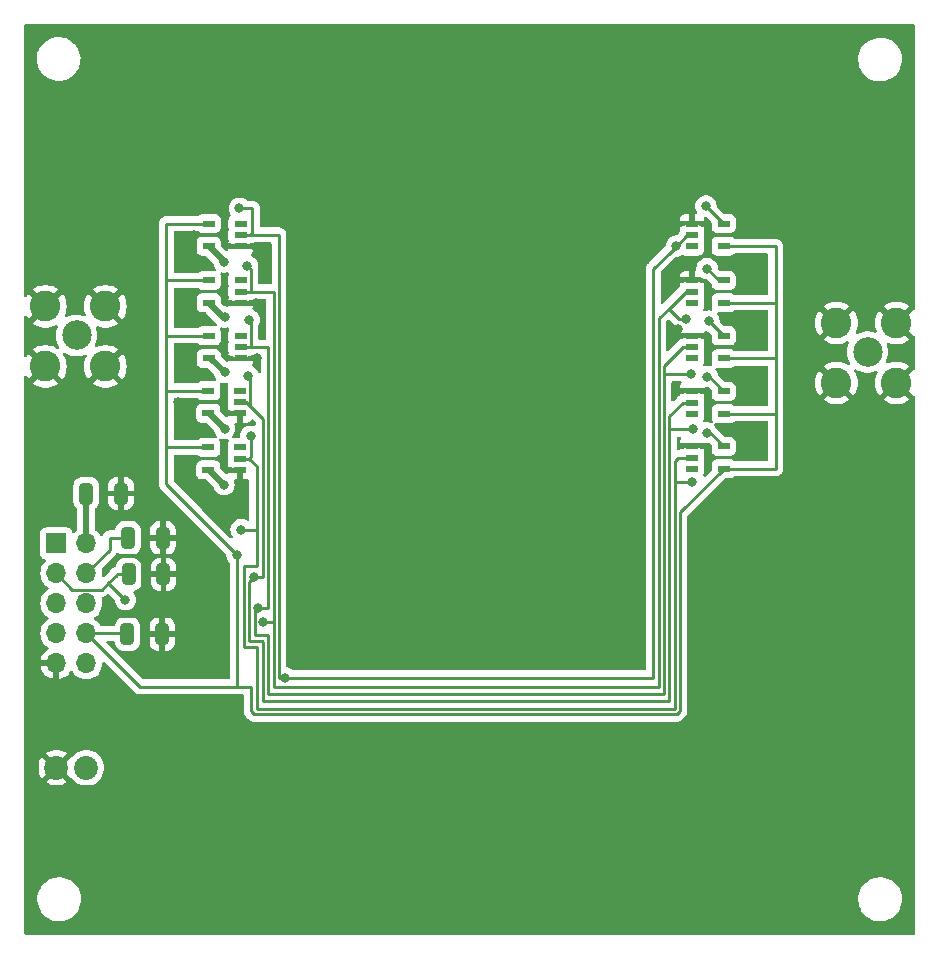
<source format=gbl>
G04 #@! TF.GenerationSoftware,KiCad,Pcbnew,7.0.5*
G04 #@! TF.CreationDate,2023-06-23T16:46:23-04:00*
G04 #@! TF.ProjectId,sdt_lpf,7364745f-6c70-4662-9e6b-696361645f70,rev?*
G04 #@! TF.SameCoordinates,PX62de0f0PY8af5bb0*
G04 #@! TF.FileFunction,Copper,L2,Bot*
G04 #@! TF.FilePolarity,Positive*
%FSLAX46Y46*%
G04 Gerber Fmt 4.6, Leading zero omitted, Abs format (unit mm)*
G04 Created by KiCad (PCBNEW 7.0.5) date 2023-06-23 16:46:23*
%MOMM*%
%LPD*%
G01*
G04 APERTURE LIST*
G04 Aperture macros list*
%AMRoundRect*
0 Rectangle with rounded corners*
0 $1 Rounding radius*
0 $2 $3 $4 $5 $6 $7 $8 $9 X,Y pos of 4 corners*
0 Add a 4 corners polygon primitive as box body*
4,1,4,$2,$3,$4,$5,$6,$7,$8,$9,$2,$3,0*
0 Add four circle primitives for the rounded corners*
1,1,$1+$1,$2,$3*
1,1,$1+$1,$4,$5*
1,1,$1+$1,$6,$7*
1,1,$1+$1,$8,$9*
0 Add four rect primitives between the rounded corners*
20,1,$1+$1,$2,$3,$4,$5,0*
20,1,$1+$1,$4,$5,$6,$7,0*
20,1,$1+$1,$6,$7,$8,$9,0*
20,1,$1+$1,$8,$9,$2,$3,0*%
G04 Aperture macros list end*
G04 #@! TA.AperFunction,SMDPad,CuDef*
%ADD10RoundRect,0.250000X0.325000X0.650000X-0.325000X0.650000X-0.325000X-0.650000X0.325000X-0.650000X0*%
G04 #@! TD*
G04 #@! TA.AperFunction,ComponentPad*
%ADD11C,2.020000*%
G04 #@! TD*
G04 #@! TA.AperFunction,ComponentPad*
%ADD12C,2.500000*%
G04 #@! TD*
G04 #@! TA.AperFunction,ComponentPad*
%ADD13C,2.600000*%
G04 #@! TD*
G04 #@! TA.AperFunction,ComponentPad*
%ADD14R,1.700000X1.700000*%
G04 #@! TD*
G04 #@! TA.AperFunction,ComponentPad*
%ADD15O,1.700000X1.700000*%
G04 #@! TD*
G04 #@! TA.AperFunction,SMDPad,CuDef*
%ADD16R,1.050000X0.600000*%
G04 #@! TD*
G04 #@! TA.AperFunction,ViaPad*
%ADD17C,0.800000*%
G04 #@! TD*
G04 #@! TA.AperFunction,ViaPad*
%ADD18C,1.000000*%
G04 #@! TD*
G04 #@! TA.AperFunction,Conductor*
%ADD19C,0.250000*%
G04 #@! TD*
G04 #@! TA.AperFunction,Conductor*
%ADD20C,0.500000*%
G04 #@! TD*
G04 APERTURE END LIST*
D10*
X8725000Y22450000D03*
X5775000Y22450000D03*
D11*
X2300000Y11150000D03*
X-240000Y11150000D03*
D12*
X1460000Y47735000D03*
D13*
X-1180000Y50200000D03*
X3900000Y50200000D03*
X3900000Y45120000D03*
X-1180000Y45120000D03*
D14*
X-250000Y30130000D03*
D15*
X2290000Y30130000D03*
X-250000Y27590000D03*
X2290000Y27590000D03*
X-250000Y25050000D03*
X2290000Y25050000D03*
X-250000Y22510000D03*
X2290000Y22510000D03*
X-250000Y19970000D03*
X2290000Y19970000D03*
D12*
X68440000Y46335000D03*
D13*
X65800000Y48800000D03*
X70880000Y48800000D03*
X70880000Y43720000D03*
X65800000Y43720000D03*
D10*
X8825000Y27500000D03*
X5875000Y27500000D03*
X8775000Y30600000D03*
X5825000Y30600000D03*
X5225000Y34350000D03*
X2275000Y34350000D03*
D16*
X15350000Y47700000D03*
X15350000Y46750000D03*
X15350000Y45800000D03*
X12650000Y45800000D03*
X12650000Y47700000D03*
X15350000Y57200000D03*
X15350000Y56250000D03*
X15350000Y55300000D03*
X12650000Y55300000D03*
X12650000Y57200000D03*
X15300000Y43050000D03*
X15300000Y42100000D03*
X15300000Y41150000D03*
X12600000Y41150000D03*
X12600000Y43050000D03*
X53550000Y55300000D03*
X53550000Y56250000D03*
X53550000Y57200000D03*
X56250000Y57200000D03*
X56250000Y55300000D03*
X53550000Y41100000D03*
X53550000Y42050000D03*
X53550000Y43000000D03*
X56250000Y43000000D03*
X56250000Y41100000D03*
X15300000Y38250000D03*
X15300000Y37300000D03*
X15300000Y36350000D03*
X12600000Y36350000D03*
X12600000Y38250000D03*
X15350000Y52400000D03*
X15350000Y51450000D03*
X15350000Y50500000D03*
X12650000Y50500000D03*
X12650000Y52400000D03*
X53550000Y45800000D03*
X53550000Y46750000D03*
X53550000Y47700000D03*
X56250000Y47700000D03*
X56250000Y45800000D03*
X53550000Y36450000D03*
X53550000Y37400000D03*
X53550000Y38350000D03*
X56250000Y38350000D03*
X56250000Y36450000D03*
X53550000Y50500000D03*
X53550000Y51450000D03*
X53550000Y52400000D03*
X56250000Y52400000D03*
X56250000Y50500000D03*
D17*
X11450000Y56250000D03*
D18*
X13800000Y32350000D03*
X12200000Y33750000D03*
X44350000Y42300000D03*
X45450000Y32300000D03*
X70900000Y57000000D03*
X71100000Y16150000D03*
X71100000Y34500000D03*
X71200000Y25200000D03*
X71100000Y6700000D03*
X54050000Y25350000D03*
X33600000Y14250000D03*
X14850000Y14500000D03*
X53600000Y14500000D03*
X49600000Y-1700000D03*
X19900000Y-1550000D03*
X34150000Y-1750000D03*
X63150000Y-2050000D03*
X6200000Y-1700000D03*
X-2000000Y5350000D03*
X-1850000Y26300000D03*
X4250000Y24250000D03*
X10500000Y28850000D03*
X10350000Y32000000D03*
X7400000Y19250000D03*
X13600000Y19950000D03*
X20550000Y28450000D03*
X19950000Y47150000D03*
X6100000Y56100000D03*
X6150000Y38900000D03*
X7450000Y34400000D03*
X-1850000Y33100000D03*
X-2200000Y57550000D03*
X-2050000Y64750000D03*
X5950000Y73150000D03*
X20000000Y73300000D03*
X48400000Y73200000D03*
X34200000Y73300000D03*
X70950000Y64350000D03*
X63000000Y73150000D03*
X63450000Y55200000D03*
X61700000Y35600000D03*
X55650000Y34100000D03*
X15400000Y32850000D03*
X31650000Y22000000D03*
X36900000Y21900000D03*
X37050000Y32250000D03*
X31750000Y32300000D03*
X37250000Y42350000D03*
X31600000Y42350000D03*
X37150000Y52450000D03*
X31500000Y52550000D03*
X37450000Y62750000D03*
X31200000Y62750000D03*
X46250000Y62650000D03*
X48200000Y60950000D03*
X22300000Y62650000D03*
X20300000Y61000000D03*
X49500000Y55300000D03*
X45700000Y51950000D03*
X22050000Y52450000D03*
X20100000Y50750000D03*
X47350000Y40750000D03*
X20300000Y40600000D03*
X20300000Y30500000D03*
X47800000Y30300000D03*
X22400000Y32250000D03*
X47800000Y20250000D03*
X22100000Y20150000D03*
X34100000Y20250000D03*
X34100000Y30400000D03*
X34100000Y40400000D03*
X34000000Y50550000D03*
X34200000Y60700000D03*
D17*
X9900000Y24400000D03*
X52200000Y43000000D03*
X12200000Y53850000D03*
X11250000Y37200000D03*
X57750000Y42550000D03*
X12500000Y58600000D03*
X16650000Y50500000D03*
X57600000Y46950000D03*
X56500000Y39750000D03*
X12400000Y44400000D03*
X56400000Y49150000D03*
X57650000Y51700000D03*
X56450000Y53850000D03*
X16650000Y55250000D03*
X15500000Y34850000D03*
X11200000Y49600000D03*
X16750000Y45800000D03*
X57650000Y56400000D03*
X11100000Y45850000D03*
X10050000Y42100000D03*
X52350000Y48250000D03*
X56400000Y44450000D03*
X8300000Y58000000D03*
X57650000Y37600000D03*
X12400000Y49000000D03*
X13950000Y53950000D03*
X15400000Y31300000D03*
X16200000Y39200000D03*
X53600000Y35300000D03*
X16000000Y44300000D03*
X16450000Y27250000D03*
X53650000Y39800000D03*
X16100000Y49050000D03*
X53450000Y44500000D03*
X5600000Y25350000D03*
X16850000Y24650000D03*
X15250000Y58500000D03*
X19150000Y18750000D03*
X52250000Y55300000D03*
X14000000Y49300000D03*
X17284400Y23465600D03*
X15900000Y53650000D03*
X53100000Y49150000D03*
X14000000Y44600000D03*
X54750000Y58700000D03*
X54850000Y53400000D03*
X15050000Y29150000D03*
X13950000Y35100000D03*
X14000000Y39850000D03*
X54800000Y39500000D03*
X55000000Y48950000D03*
X54850000Y44250000D03*
D19*
X2290000Y22510000D02*
X5715000Y22510000D01*
X5715000Y22510000D02*
X5775000Y22450000D01*
X4300000Y29600000D02*
X4300000Y30600000D01*
X2290000Y27590000D02*
X4300000Y29600000D01*
X4300000Y30600000D02*
X5825000Y30600000D01*
X4850000Y27475000D02*
X4162500Y26787500D01*
X4162500Y26787500D02*
X3600000Y26225000D01*
X5600000Y25350000D02*
X4162500Y26787500D01*
X5875000Y27500000D02*
X4850000Y27500000D01*
X3600000Y26225000D02*
X1115000Y26225000D01*
X4850000Y27500000D02*
X4850000Y27475000D01*
D20*
X2290000Y30130000D02*
X2290000Y34335000D01*
D19*
X2290000Y34335000D02*
X2275000Y34350000D01*
D20*
X13950000Y54000000D02*
X12650000Y55300000D01*
X13950000Y53950000D02*
X13950000Y54000000D01*
D19*
X16700000Y21350000D02*
X16700000Y16100000D01*
X16200000Y37425000D02*
X16075000Y37300000D01*
X16700000Y31300000D02*
X15400000Y31300000D01*
X15650000Y28200000D02*
X15650000Y21350000D01*
X52100000Y37100000D02*
X52100000Y35300000D01*
X16200000Y39200000D02*
X16200000Y37425000D01*
X16700000Y16100000D02*
X52100000Y16100000D01*
X16700000Y28200000D02*
X15650000Y28200000D01*
X52100000Y16100000D02*
X52100000Y35300000D01*
X15650000Y21350000D02*
X16700000Y21350000D01*
X53600000Y35300000D02*
X52100000Y35300000D01*
X52400000Y37400000D02*
X52100000Y37100000D01*
X53550000Y37400000D02*
X52400000Y37400000D01*
X15300000Y37300000D02*
X16075000Y37300000D01*
X16700000Y31300000D02*
X16700000Y28200000D01*
X16075000Y37300000D02*
X16700000Y36675000D01*
X16700000Y36675000D02*
X16700000Y31300000D01*
X16100000Y21850000D02*
X17200000Y21850000D01*
X17250000Y21800000D02*
X17250000Y16800000D01*
X15300000Y42100000D02*
X15825000Y42100000D01*
X51650000Y40925000D02*
X51650000Y39800000D01*
X53650000Y39800000D02*
X51650000Y39800000D01*
X16062500Y41862500D02*
X17250000Y40675000D01*
X17250000Y16800000D02*
X51600000Y16800000D01*
X16150000Y44150000D02*
X16150000Y41950000D01*
X52775000Y42050000D02*
X53550000Y42050000D01*
X16450000Y27250000D02*
X16100000Y26900000D01*
X16100000Y26900000D02*
X16100000Y21850000D01*
X16000000Y44300000D02*
X16150000Y44150000D01*
X16450000Y27250000D02*
X17250000Y27250000D01*
X17200000Y21850000D02*
X17250000Y21800000D01*
X51650000Y40925000D02*
X52775000Y42050000D01*
X15825000Y42100000D02*
X16062500Y41862500D01*
X51650000Y16850000D02*
X51600000Y16800000D01*
X51650000Y39800000D02*
X51650000Y16850000D01*
X16150000Y41950000D02*
X16062500Y41862500D01*
X17250000Y40675000D02*
X17250000Y27250000D01*
X17700000Y24650000D02*
X17700000Y46700000D01*
X52775000Y46750000D02*
X51200000Y45175000D01*
X17700000Y46700000D02*
X17650000Y46750000D01*
X16200000Y46825000D02*
X16125000Y46750000D01*
X17700000Y17350000D02*
X51150000Y17350000D01*
X16550000Y24350000D02*
X16550000Y22350000D01*
X16850000Y24650000D02*
X16550000Y24350000D01*
X16850000Y24650000D02*
X17700000Y24650000D01*
X1115000Y26225000D02*
X-250000Y27590000D01*
X17700000Y22350000D02*
X17700000Y17350000D01*
X51250000Y44500000D02*
X51200000Y44550000D01*
X53450000Y44500000D02*
X51250000Y44500000D01*
X16550000Y22350000D02*
X17700000Y22350000D01*
X16100000Y49050000D02*
X16200000Y48950000D01*
X51150000Y17350000D02*
X51200000Y17400000D01*
X16125000Y46750000D02*
X15350000Y46750000D01*
X16200000Y48950000D02*
X16200000Y46825000D01*
X51200000Y45175000D02*
X51200000Y44550000D01*
X17650000Y46750000D02*
X15350000Y46750000D01*
X51200000Y44550000D02*
X51200000Y19113604D01*
X51200000Y17400000D02*
X51200000Y19113604D01*
X53550000Y46750000D02*
X52775000Y46750000D01*
X51762500Y54837500D02*
X50300000Y53375000D01*
X15350000Y56250000D02*
X16125000Y56250000D01*
X16350000Y58500000D02*
X16350000Y56475000D01*
X53550000Y56250000D02*
X53175000Y56250000D01*
X53175000Y56250000D02*
X51762500Y54837500D01*
X15250000Y58500000D02*
X16350000Y58500000D01*
X50300000Y53375000D02*
X50300000Y18750000D01*
X18600000Y56250000D02*
X18600000Y18750000D01*
X16350000Y56475000D02*
X16125000Y56250000D01*
X18600000Y18750000D02*
X19150000Y18750000D01*
X16125000Y56250000D02*
X18600000Y56250000D01*
X19150000Y18750000D02*
X50300000Y18750000D01*
D20*
X14000000Y49300000D02*
X13850000Y49300000D01*
X13850000Y49300000D02*
X12650000Y50500000D01*
D19*
X52450000Y49150000D02*
X51587500Y50012500D01*
X18134400Y23465600D02*
X18150000Y23450000D01*
X18150000Y51450000D02*
X18150000Y23450000D01*
X16150000Y51450000D02*
X18150000Y51450000D01*
X18150000Y23450000D02*
X18150000Y17950000D01*
X18150000Y17950000D02*
X50750000Y17950000D01*
X51587500Y50012500D02*
X50750000Y49175000D01*
X15350000Y51450000D02*
X16150000Y51450000D01*
X50750000Y49175000D02*
X50750000Y17950000D01*
X15900000Y53650000D02*
X16200000Y53350000D01*
X16200000Y53350000D02*
X16200000Y51500000D01*
X16200000Y51500000D02*
X16150000Y51450000D01*
X53550000Y51450000D02*
X53025000Y51450000D01*
X53025000Y51450000D02*
X51587500Y50012500D01*
X53100000Y49150000D02*
X52450000Y49150000D01*
X17284400Y23465600D02*
X18134400Y23465600D01*
D20*
X12800000Y45800000D02*
X14000000Y44600000D01*
X12650000Y45800000D02*
X12800000Y45800000D01*
D19*
X56250000Y57200000D02*
X54750000Y58700000D01*
X56250000Y52400000D02*
X55850000Y52400000D01*
X55850000Y52400000D02*
X54850000Y53400000D01*
X6800000Y18000000D02*
X15050000Y18000000D01*
X15050000Y29150000D02*
X15050000Y18000000D01*
X52550000Y15913604D02*
X52550000Y32750000D01*
X60650000Y55300000D02*
X56250000Y55300000D01*
X60650000Y45800000D02*
X60650000Y41100000D01*
X9050000Y52400000D02*
X9050000Y47700000D01*
X9050000Y38250000D02*
X12600000Y38250000D01*
X9050000Y43050000D02*
X11050000Y43050000D01*
X16250000Y15913604D02*
X16513604Y15650000D01*
X11050000Y43050000D02*
X12600000Y43050000D01*
X15050000Y29150000D02*
X9050000Y35150000D01*
X52550000Y32750000D02*
X56250000Y36450000D01*
X60650000Y50500000D02*
X60650000Y55300000D01*
X52286396Y15650000D02*
X52550000Y15913604D01*
X60650000Y41100000D02*
X56250000Y41100000D01*
X9050000Y43050000D02*
X9050000Y38250000D01*
X2290000Y22510000D02*
X6800000Y18000000D01*
X56250000Y36450000D02*
X60650000Y36450000D01*
X12650000Y57200000D02*
X9050000Y57200000D01*
X16513604Y15650000D02*
X52286396Y15650000D01*
X57550000Y45800000D02*
X60650000Y45800000D01*
X57550000Y45800000D02*
X56250000Y45800000D01*
X57550000Y50500000D02*
X56250000Y50500000D01*
X60650000Y50500000D02*
X57550000Y50500000D01*
X9050000Y35150000D02*
X9050000Y38250000D01*
X9050000Y52400000D02*
X12650000Y52400000D01*
X9050000Y57200000D02*
X9050000Y52400000D01*
X11050000Y47700000D02*
X12650000Y47700000D01*
X60650000Y45800000D02*
X60650000Y50500000D01*
X60650000Y36450000D02*
X60650000Y41100000D01*
X9050000Y47700000D02*
X11050000Y47700000D01*
X15050000Y18000000D02*
X16250000Y18000000D01*
X9050000Y47700000D02*
X9050000Y43050000D01*
X16250000Y18000000D02*
X16250000Y15913604D01*
D20*
X12600000Y36350000D02*
X12700000Y36350000D01*
X12700000Y36350000D02*
X13950000Y35100000D01*
X12700000Y41150000D02*
X14000000Y39850000D01*
X12600000Y41150000D02*
X12700000Y41150000D01*
D19*
X55100000Y39500000D02*
X56250000Y38350000D01*
X54800000Y39500000D02*
X55100000Y39500000D01*
X56250000Y47700000D02*
X55000000Y48950000D01*
X55000000Y44250000D02*
X56250000Y43000000D01*
X54850000Y44250000D02*
X55000000Y44250000D01*
G04 #@! TA.AperFunction,Conductor*
G36*
X13707618Y38994457D02*
G01*
X13720197Y38988856D01*
X13905354Y38949500D01*
X13905355Y38949500D01*
X14094644Y38949500D01*
X14094646Y38949500D01*
X14195432Y38970923D01*
X14265095Y38965607D01*
X14320829Y38923471D01*
X14344935Y38857891D01*
X14332491Y38801317D01*
X14334303Y38800641D01*
X14295973Y38697871D01*
X14280909Y38657483D01*
X14274500Y38597873D01*
X14274500Y38597866D01*
X14274500Y38597865D01*
X14274500Y37902130D01*
X14274501Y37902124D01*
X14280909Y37842516D01*
X14289929Y37818330D01*
X14294911Y37748639D01*
X14289929Y37731670D01*
X14280910Y37707488D01*
X14280909Y37707485D01*
X14280909Y37707483D01*
X14274500Y37647873D01*
X14274500Y37647866D01*
X14274500Y37647865D01*
X14274500Y36952130D01*
X14274501Y36952124D01*
X14280908Y36892519D01*
X14290196Y36867617D01*
X14295179Y36797926D01*
X14290196Y36780956D01*
X14281402Y36757377D01*
X14281401Y36757376D01*
X14275000Y36697845D01*
X14275000Y36600000D01*
X14432893Y36600000D01*
X14499932Y36580315D01*
X14507204Y36575267D01*
X14532668Y36556205D01*
X14532671Y36556203D01*
X14667517Y36505909D01*
X14667516Y36505909D01*
X14674444Y36505165D01*
X14727127Y36499500D01*
X15426001Y36499501D01*
X15493039Y36479817D01*
X15538794Y36427013D01*
X15550000Y36375501D01*
X15550000Y35550000D01*
X15872828Y35550000D01*
X15872839Y35550001D01*
X15937242Y35556926D01*
X16006002Y35544522D01*
X16057140Y35496913D01*
X16074500Y35433637D01*
X16074500Y32166390D01*
X16054815Y32099351D01*
X16002011Y32053596D01*
X15932853Y32043652D01*
X15877616Y32066071D01*
X15852733Y32084150D01*
X15852729Y32084152D01*
X15679807Y32161143D01*
X15679802Y32161145D01*
X15534000Y32192135D01*
X15494646Y32200500D01*
X15305354Y32200500D01*
X15272897Y32193602D01*
X15120197Y32161145D01*
X15120192Y32161143D01*
X14947270Y32084152D01*
X14947265Y32084149D01*
X14794129Y31972889D01*
X14667466Y31832215D01*
X14572821Y31668285D01*
X14572818Y31668278D01*
X14540600Y31569120D01*
X14514326Y31488256D01*
X14494540Y31300000D01*
X14514326Y31111744D01*
X14514327Y31111741D01*
X14572818Y30931723D01*
X14572821Y30931716D01*
X14667466Y30767785D01*
X14669058Y30766017D01*
X14669655Y30764772D01*
X14671285Y30762529D01*
X14670874Y30762232D01*
X14699288Y30703025D01*
X14690662Y30633690D01*
X14645921Y30580024D01*
X14579268Y30559067D01*
X14511866Y30577472D01*
X14489227Y30595364D01*
X12124096Y32960495D01*
X9711816Y35372775D01*
X9678333Y35434095D01*
X9675500Y35460444D01*
X9675500Y36002130D01*
X11574500Y36002130D01*
X11574501Y36002124D01*
X11580908Y35942517D01*
X11631202Y35807672D01*
X11631206Y35807665D01*
X11717452Y35692456D01*
X11717455Y35692453D01*
X11832664Y35606207D01*
X11832671Y35606203D01*
X11868843Y35592712D01*
X11967517Y35555909D01*
X12027127Y35549500D01*
X12387769Y35549501D01*
X12454808Y35529817D01*
X12475450Y35513182D01*
X13037228Y34951404D01*
X13067478Y34902042D01*
X13122819Y34731720D01*
X13122821Y34731716D01*
X13217467Y34567784D01*
X13333555Y34438856D01*
X13344129Y34427112D01*
X13497265Y34315852D01*
X13497270Y34315849D01*
X13670192Y34238858D01*
X13670197Y34238856D01*
X13855354Y34199500D01*
X13855355Y34199500D01*
X14044644Y34199500D01*
X14044646Y34199500D01*
X14229803Y34238856D01*
X14402730Y34315849D01*
X14555871Y34427112D01*
X14682533Y34567784D01*
X14777179Y34731716D01*
X14835674Y34911744D01*
X14855460Y35100000D01*
X14835674Y35288256D01*
X14808213Y35372772D01*
X14803369Y35387682D01*
X14801374Y35457524D01*
X14837455Y35517356D01*
X14900156Y35548184D01*
X14921300Y35550000D01*
X15050000Y35550000D01*
X15050000Y36100000D01*
X14275000Y36100000D01*
X14260147Y36085148D01*
X14255315Y36068691D01*
X14202511Y36022936D01*
X14133353Y36012992D01*
X14069797Y36042017D01*
X14063319Y36048049D01*
X13661818Y36449550D01*
X13628333Y36510873D01*
X13625499Y36537231D01*
X13625499Y36697871D01*
X13625498Y36697877D01*
X13619091Y36757484D01*
X13568797Y36892329D01*
X13568793Y36892336D01*
X13482547Y37007545D01*
X13482544Y37007548D01*
X13367335Y37093794D01*
X13367328Y37093798D01*
X13232482Y37144092D01*
X13232483Y37144092D01*
X13172883Y37150499D01*
X13172881Y37150500D01*
X13172873Y37150500D01*
X13172864Y37150500D01*
X12027129Y37150500D01*
X12027123Y37150499D01*
X11967516Y37144092D01*
X11832671Y37093798D01*
X11832664Y37093794D01*
X11717455Y37007548D01*
X11717452Y37007545D01*
X11631206Y36892336D01*
X11631202Y36892329D01*
X11580978Y36757669D01*
X11580909Y36757483D01*
X11574500Y36697873D01*
X11574500Y36697866D01*
X11574500Y36697865D01*
X11574500Y36002130D01*
X9675500Y36002130D01*
X9675500Y37500501D01*
X9695185Y37567540D01*
X9747989Y37613294D01*
X9799500Y37624500D01*
X11634046Y37624500D01*
X11701085Y37604815D01*
X11710157Y37597505D01*
X11710355Y37597768D01*
X11832664Y37506207D01*
X11832671Y37506203D01*
X11967517Y37455909D01*
X11967516Y37455909D01*
X11974444Y37455165D01*
X12027127Y37449500D01*
X13172872Y37449501D01*
X13232483Y37455909D01*
X13367331Y37506204D01*
X13482546Y37592454D01*
X13568796Y37707669D01*
X13619091Y37842517D01*
X13625500Y37902127D01*
X13625499Y38597872D01*
X13619091Y38657483D01*
X13604027Y38697871D01*
X13568797Y38792329D01*
X13568795Y38792332D01*
X13557915Y38806866D01*
X13533497Y38872330D01*
X13548348Y38940603D01*
X13597753Y38990009D01*
X13666025Y39004862D01*
X13707618Y38994457D01*
G37*
G04 #@! TD.AperFunction*
G04 #@! TA.AperFunction,Conductor*
G36*
X59967539Y40454815D02*
G01*
X60013294Y40402011D01*
X60024500Y40350500D01*
X60024500Y37199500D01*
X60004815Y37132461D01*
X59952011Y37086706D01*
X59900500Y37075500D01*
X57215954Y37075500D01*
X57148915Y37095185D01*
X57139842Y37102496D01*
X57139645Y37102232D01*
X57017335Y37193794D01*
X57017328Y37193798D01*
X56882482Y37244092D01*
X56882483Y37244092D01*
X56822883Y37250499D01*
X56822881Y37250500D01*
X56822873Y37250500D01*
X56822864Y37250500D01*
X55677129Y37250500D01*
X55677123Y37250499D01*
X55617516Y37244092D01*
X55482671Y37193798D01*
X55482664Y37193794D01*
X55367455Y37107548D01*
X55367452Y37107545D01*
X55281206Y36992336D01*
X55281202Y36992329D01*
X55230908Y36857483D01*
X55224506Y36797926D01*
X55224501Y36797877D01*
X55224500Y36797865D01*
X55224500Y36360454D01*
X55204815Y36293415D01*
X55188181Y36272773D01*
X54740859Y35825452D01*
X54679536Y35791967D01*
X54609844Y35796951D01*
X54553911Y35838823D01*
X54529494Y35904287D01*
X54536996Y35956466D01*
X54542104Y35970162D01*
X54569091Y36042517D01*
X54575500Y36102127D01*
X54575499Y36797872D01*
X54569091Y36857483D01*
X54560070Y36881667D01*
X54555085Y36951356D01*
X54560066Y36968323D01*
X54569091Y36992517D01*
X54575500Y37052127D01*
X54575499Y37747872D01*
X54569091Y37807483D01*
X54565045Y37818330D01*
X54559805Y37832380D01*
X54554820Y37902072D01*
X54559804Y37919049D01*
X54568598Y37942629D01*
X54574999Y38002156D01*
X54575000Y38002173D01*
X54575000Y38100000D01*
X54417107Y38100000D01*
X54350068Y38119685D01*
X54342796Y38124733D01*
X54317331Y38143796D01*
X54317328Y38143798D01*
X54182482Y38194092D01*
X54182483Y38194092D01*
X54122883Y38200499D01*
X54122881Y38200500D01*
X54122873Y38200500D01*
X54122864Y38200500D01*
X52977129Y38200500D01*
X52977123Y38200499D01*
X52917516Y38194092D01*
X52782671Y38143798D01*
X52782668Y38143796D01*
X52757204Y38124733D01*
X52691739Y38100316D01*
X52682893Y38100000D01*
X52525000Y38100000D01*
X52488681Y38063681D01*
X52486126Y38066236D01*
X52452511Y38037107D01*
X52404883Y38025962D01*
X52403383Y38025915D01*
X52335760Y38043490D01*
X52288374Y38094835D01*
X52275500Y38149854D01*
X52275500Y39050500D01*
X52295185Y39117539D01*
X52347989Y39163294D01*
X52399500Y39174500D01*
X52545338Y39174500D01*
X52612377Y39154815D01*
X52658132Y39102011D01*
X52668076Y39032853D01*
X52644604Y38976188D01*
X52581647Y38892090D01*
X52581645Y38892087D01*
X52531403Y38757380D01*
X52531401Y38757373D01*
X52525000Y38697845D01*
X52525000Y38600000D01*
X54595920Y38600000D01*
X54611148Y38608316D01*
X54663289Y38608441D01*
X54705354Y38599500D01*
X54705356Y38599500D01*
X54894646Y38599500D01*
X54936710Y38608441D01*
X55011268Y38624289D01*
X55080935Y38618973D01*
X55124730Y38590680D01*
X55188181Y38527229D01*
X55221666Y38465906D01*
X55224500Y38439548D01*
X55224500Y38002130D01*
X55224501Y38002124D01*
X55230908Y37942517D01*
X55281202Y37807672D01*
X55281206Y37807665D01*
X55367452Y37692456D01*
X55367455Y37692453D01*
X55482664Y37606207D01*
X55482671Y37606203D01*
X55617517Y37555909D01*
X55617516Y37555909D01*
X55624444Y37555165D01*
X55677127Y37549500D01*
X56822872Y37549501D01*
X56882483Y37555909D01*
X57017331Y37606204D01*
X57132546Y37692454D01*
X57218796Y37807669D01*
X57269091Y37942517D01*
X57275500Y38002127D01*
X57275499Y38697872D01*
X57269091Y38757483D01*
X57256094Y38792329D01*
X57218797Y38892329D01*
X57218793Y38892336D01*
X57132547Y39007545D01*
X57132544Y39007548D01*
X57017335Y39093794D01*
X57017328Y39093798D01*
X56882482Y39144092D01*
X56882483Y39144092D01*
X56822883Y39150499D01*
X56822881Y39150500D01*
X56822873Y39150500D01*
X56822865Y39150500D01*
X56385452Y39150500D01*
X56318413Y39170185D01*
X56297771Y39186819D01*
X55652155Y39832436D01*
X55631115Y39863052D01*
X55630429Y39862655D01*
X55560283Y39984151D01*
X55532533Y40032216D01*
X55457015Y40116087D01*
X55426785Y40179077D01*
X55435410Y40248412D01*
X55480151Y40302078D01*
X55546803Y40323036D01*
X55592497Y40315240D01*
X55617514Y40305910D01*
X55617516Y40305909D01*
X55624444Y40305165D01*
X55677127Y40299500D01*
X56822872Y40299501D01*
X56882483Y40305909D01*
X57017331Y40356204D01*
X57084121Y40406203D01*
X57139645Y40447768D01*
X57141439Y40445371D01*
X57189596Y40471666D01*
X57215954Y40474500D01*
X59900500Y40474500D01*
X59967539Y40454815D01*
G37*
G04 #@! TD.AperFunction*
G04 #@! TA.AperFunction,Conductor*
G36*
X13720194Y43738858D02*
G01*
X13720197Y43738856D01*
X13905354Y43699500D01*
X13905355Y43699500D01*
X14094644Y43699500D01*
X14094646Y43699500D01*
X14174112Y43716391D01*
X14243778Y43711075D01*
X14299512Y43668938D01*
X14323617Y43603358D01*
X14316074Y43551769D01*
X14280910Y43457489D01*
X14280909Y43457485D01*
X14280909Y43457483D01*
X14274500Y43397873D01*
X14274500Y43397866D01*
X14274500Y43397865D01*
X14274500Y42702130D01*
X14274501Y42702124D01*
X14280909Y42642516D01*
X14289929Y42618330D01*
X14294911Y42548639D01*
X14289929Y42531670D01*
X14280910Y42507488D01*
X14280909Y42507485D01*
X14280909Y42507483D01*
X14274500Y42447873D01*
X14274500Y42447866D01*
X14274500Y42447865D01*
X14274500Y41752130D01*
X14274501Y41752124D01*
X14280908Y41692519D01*
X14290196Y41667617D01*
X14295179Y41597926D01*
X14290196Y41580956D01*
X14281402Y41557377D01*
X14281401Y41557376D01*
X14275000Y41497845D01*
X14275000Y41400000D01*
X14432893Y41400000D01*
X14499932Y41380315D01*
X14507204Y41375267D01*
X14532668Y41356205D01*
X14532671Y41356203D01*
X14667517Y41305909D01*
X14667516Y41305909D01*
X14674444Y41305165D01*
X14727127Y41299500D01*
X15426001Y41299501D01*
X15493039Y41279817D01*
X15538794Y41227013D01*
X15550000Y41175501D01*
X15550000Y40350000D01*
X15872828Y40350000D01*
X15872844Y40350001D01*
X15932372Y40356402D01*
X15932379Y40356404D01*
X16067086Y40406646D01*
X16067093Y40406650D01*
X16182187Y40492810D01*
X16182190Y40492813D01*
X16252868Y40587225D01*
X16308801Y40629096D01*
X16378493Y40634080D01*
X16439815Y40600595D01*
X16588181Y40452229D01*
X16621666Y40390906D01*
X16624500Y40364548D01*
X16624500Y40183515D01*
X16604815Y40116476D01*
X16552011Y40070721D01*
X16482853Y40060777D01*
X16474720Y40062225D01*
X16294646Y40100500D01*
X16105354Y40100500D01*
X16072897Y40093602D01*
X15920197Y40061145D01*
X15920192Y40061143D01*
X15747270Y39984152D01*
X15747265Y39984149D01*
X15594129Y39872889D01*
X15467466Y39732215D01*
X15372821Y39568285D01*
X15372818Y39568278D01*
X15314327Y39388260D01*
X15314326Y39388256D01*
X15299954Y39251508D01*
X15294540Y39200000D01*
X15295858Y39187460D01*
X15283288Y39118731D01*
X15235555Y39067707D01*
X15172537Y39050500D01*
X14770376Y39050500D01*
X14703337Y39070185D01*
X14657582Y39122989D01*
X14647638Y39192147D01*
X14676663Y39255703D01*
X14678100Y39257331D01*
X14732533Y39317784D01*
X14827179Y39481716D01*
X14885674Y39661744D01*
X14905460Y39850000D01*
X14885674Y40038256D01*
X14860259Y40116476D01*
X14837123Y40187682D01*
X14835128Y40257523D01*
X14871209Y40317356D01*
X14933910Y40348184D01*
X14955054Y40350000D01*
X15050000Y40350000D01*
X15050000Y40900000D01*
X14275000Y40900000D01*
X14260147Y40885148D01*
X14255315Y40868691D01*
X14202511Y40822936D01*
X14133353Y40812992D01*
X14069797Y40842017D01*
X14063319Y40848049D01*
X13661818Y41249550D01*
X13628333Y41310873D01*
X13625499Y41337231D01*
X13625499Y41497871D01*
X13625498Y41497877D01*
X13624465Y41507483D01*
X13619103Y41557376D01*
X13619091Y41557484D01*
X13568797Y41692329D01*
X13568793Y41692336D01*
X13482547Y41807545D01*
X13482544Y41807548D01*
X13367335Y41893794D01*
X13367328Y41893798D01*
X13232482Y41944092D01*
X13232483Y41944092D01*
X13172883Y41950499D01*
X13172881Y41950500D01*
X13172873Y41950500D01*
X13172864Y41950500D01*
X12027129Y41950500D01*
X12027123Y41950499D01*
X11967516Y41944092D01*
X11832671Y41893798D01*
X11832664Y41893794D01*
X11717455Y41807548D01*
X11717452Y41807545D01*
X11631206Y41692336D01*
X11631202Y41692329D01*
X11587442Y41575000D01*
X11580909Y41557483D01*
X11574500Y41497873D01*
X11574500Y41497866D01*
X11574500Y41497865D01*
X11574500Y40802130D01*
X11574501Y40802124D01*
X11580908Y40742517D01*
X11631202Y40607672D01*
X11631206Y40607665D01*
X11717452Y40492456D01*
X11717455Y40492453D01*
X11832664Y40406207D01*
X11832671Y40406203D01*
X11843911Y40402011D01*
X11967517Y40355909D01*
X12027127Y40349500D01*
X12387769Y40349501D01*
X12454808Y40329817D01*
X12475450Y40313182D01*
X13087228Y39701405D01*
X13117478Y39652042D01*
X13172818Y39481723D01*
X13172821Y39481716D01*
X13267467Y39317784D01*
X13309024Y39271631D01*
X13327142Y39251508D01*
X13357372Y39188516D01*
X13348747Y39119181D01*
X13304005Y39065516D01*
X13237353Y39044558D01*
X13221742Y39045246D01*
X13172873Y39050500D01*
X13172865Y39050500D01*
X12027129Y39050500D01*
X12027123Y39050499D01*
X11967516Y39044092D01*
X11832671Y38993798D01*
X11832664Y38993794D01*
X11710355Y38902232D01*
X11708560Y38904630D01*
X11660404Y38878334D01*
X11634046Y38875500D01*
X9799500Y38875500D01*
X9732461Y38895185D01*
X9686706Y38947989D01*
X9675500Y38999500D01*
X9675500Y42300500D01*
X9695185Y42367539D01*
X9747989Y42413294D01*
X9799500Y42424500D01*
X10970981Y42424500D01*
X11634046Y42424500D01*
X11701085Y42404815D01*
X11710157Y42397505D01*
X11710355Y42397768D01*
X11832664Y42306207D01*
X11832671Y42306203D01*
X11967517Y42255909D01*
X11967516Y42255909D01*
X11974444Y42255165D01*
X12027127Y42249500D01*
X13172872Y42249501D01*
X13232483Y42255909D01*
X13367331Y42306204D01*
X13482546Y42392454D01*
X13568796Y42507669D01*
X13619091Y42642517D01*
X13625500Y42702127D01*
X13625499Y43397872D01*
X13619091Y43457483D01*
X13587536Y43542087D01*
X13575315Y43574854D01*
X13570331Y43644546D01*
X13603816Y43705869D01*
X13665140Y43739353D01*
X13717278Y43739477D01*
X13720194Y43738858D01*
G37*
G04 #@! TD.AperFunction*
G04 #@! TA.AperFunction,Conductor*
G36*
X59967539Y45154815D02*
G01*
X60013294Y45102011D01*
X60024500Y45050500D01*
X60024500Y41849500D01*
X60004815Y41782461D01*
X59952011Y41736706D01*
X59900500Y41725500D01*
X57215954Y41725500D01*
X57148915Y41745185D01*
X57139842Y41752496D01*
X57139645Y41752232D01*
X57017335Y41843794D01*
X57017328Y41843798D01*
X56882482Y41894092D01*
X56882483Y41894092D01*
X56822883Y41900499D01*
X56822881Y41900500D01*
X56822873Y41900500D01*
X56822864Y41900500D01*
X55677129Y41900500D01*
X55677123Y41900499D01*
X55617516Y41894092D01*
X55482671Y41843798D01*
X55482664Y41843794D01*
X55367455Y41757548D01*
X55367452Y41757545D01*
X55281206Y41642336D01*
X55281202Y41642329D01*
X55230910Y41507487D01*
X55230909Y41507483D01*
X55224500Y41447873D01*
X55224500Y41447866D01*
X55224500Y41447865D01*
X55224500Y40752130D01*
X55224501Y40752124D01*
X55230908Y40692517D01*
X55281202Y40557672D01*
X55281204Y40557669D01*
X55317081Y40509744D01*
X55341499Y40444280D01*
X55326648Y40376006D01*
X55277243Y40326601D01*
X55208970Y40311748D01*
X55167379Y40322153D01*
X55079807Y40361143D01*
X55079802Y40361145D01*
X54915050Y40396163D01*
X54894646Y40400500D01*
X54705354Y40400500D01*
X54659935Y40390847D01*
X54590271Y40396163D01*
X54534538Y40438301D01*
X54510433Y40503881D01*
X54517976Y40555470D01*
X54537446Y40607672D01*
X54569091Y40692517D01*
X54575500Y40752127D01*
X54575499Y41447872D01*
X54569091Y41507483D01*
X54560070Y41531667D01*
X54555085Y41601356D01*
X54560066Y41618323D01*
X54569091Y41642517D01*
X54575500Y41702127D01*
X54575499Y42397872D01*
X54569091Y42457483D01*
X54559804Y42482381D01*
X54554820Y42552072D01*
X54559804Y42569049D01*
X54568598Y42592629D01*
X54574999Y42652156D01*
X54575000Y42652173D01*
X54575000Y42750000D01*
X54417107Y42750000D01*
X54350068Y42769685D01*
X54342796Y42774733D01*
X54317331Y42793796D01*
X54317328Y42793798D01*
X54182482Y42844092D01*
X54182483Y42844092D01*
X54122883Y42850499D01*
X54122881Y42850500D01*
X54122873Y42850500D01*
X54122864Y42850500D01*
X52977129Y42850500D01*
X52977123Y42850499D01*
X52917516Y42844092D01*
X52782671Y42793798D01*
X52782668Y42793796D01*
X52757204Y42774733D01*
X52691739Y42750316D01*
X52682893Y42750000D01*
X52525000Y42750000D01*
X52525000Y42704706D01*
X52505315Y42637667D01*
X52473884Y42604387D01*
X52433577Y42575103D01*
X52428694Y42571895D01*
X52388579Y42548170D01*
X52374408Y42534000D01*
X52359623Y42521372D01*
X52343412Y42509593D01*
X52313709Y42473690D01*
X52309777Y42469369D01*
X52037181Y42196773D01*
X51975858Y42163288D01*
X51906167Y42168272D01*
X51850233Y42210143D01*
X51825816Y42275608D01*
X51825500Y42284454D01*
X51825500Y43750500D01*
X51845185Y43817539D01*
X51897989Y43863294D01*
X51949500Y43874500D01*
X52585760Y43874500D01*
X52652799Y43854815D01*
X52698554Y43802011D01*
X52708498Y43732853D01*
X52679473Y43669297D01*
X52673441Y43662819D01*
X52667809Y43657188D01*
X52581649Y43542094D01*
X52581645Y43542087D01*
X52531403Y43407380D01*
X52531401Y43407373D01*
X52525000Y43347845D01*
X52525000Y43250000D01*
X54575000Y43250000D01*
X54581355Y43256356D01*
X54594682Y43301746D01*
X54647484Y43347502D01*
X54716643Y43357447D01*
X54724769Y43356001D01*
X54755354Y43349500D01*
X54755355Y43349500D01*
X54944641Y43349500D01*
X54944646Y43349500D01*
X54944650Y43349502D01*
X54950296Y43350095D01*
X55019028Y43337534D01*
X55050953Y43314457D01*
X55188181Y43177229D01*
X55221666Y43115906D01*
X55224500Y43089548D01*
X55224500Y42652130D01*
X55224501Y42652124D01*
X55230908Y42592517D01*
X55281202Y42457672D01*
X55281206Y42457665D01*
X55367452Y42342456D01*
X55367455Y42342453D01*
X55482664Y42256207D01*
X55482671Y42256203D01*
X55617517Y42205909D01*
X55617516Y42205909D01*
X55624444Y42205165D01*
X55677127Y42199500D01*
X56822872Y42199501D01*
X56882483Y42205909D01*
X57017331Y42256204D01*
X57132546Y42342454D01*
X57218796Y42457669D01*
X57269091Y42592517D01*
X57275500Y42652127D01*
X57275499Y43347872D01*
X57269091Y43407483D01*
X57257063Y43439731D01*
X57218797Y43542329D01*
X57218793Y43542336D01*
X57132547Y43657545D01*
X57132544Y43657548D01*
X57017335Y43743794D01*
X57017328Y43743798D01*
X56882482Y43794092D01*
X56882483Y43794092D01*
X56822883Y43800499D01*
X56822881Y43800500D01*
X56822873Y43800500D01*
X56822865Y43800500D01*
X56385452Y43800500D01*
X56318413Y43820185D01*
X56297771Y43836819D01*
X55771344Y44363247D01*
X55737859Y44424570D01*
X55735703Y44437978D01*
X55735674Y44438256D01*
X55677179Y44618284D01*
X55582533Y44782216D01*
X55572702Y44793134D01*
X55542473Y44856124D01*
X55551097Y44925459D01*
X55595837Y44979125D01*
X55662490Y45000083D01*
X55673813Y44999584D01*
X55673819Y44999678D01*
X55677100Y44999503D01*
X55677127Y44999500D01*
X56822872Y44999501D01*
X56882483Y45005909D01*
X57017331Y45056204D01*
X57089893Y45110524D01*
X57139645Y45147768D01*
X57141439Y45145371D01*
X57189596Y45171666D01*
X57215954Y45174500D01*
X57470981Y45174500D01*
X59900500Y45174500D01*
X59967539Y45154815D01*
G37*
G04 #@! TD.AperFunction*
G04 #@! TA.AperFunction,Conductor*
G36*
X13747488Y48433056D02*
G01*
X13905354Y48399500D01*
X13905355Y48399500D01*
X14094644Y48399500D01*
X14094646Y48399500D01*
X14252505Y48433054D01*
X14322170Y48427738D01*
X14377904Y48385601D01*
X14402009Y48320021D01*
X14386832Y48251820D01*
X14383940Y48247344D01*
X14381202Y48242329D01*
X14330910Y48107487D01*
X14330909Y48107483D01*
X14324500Y48047873D01*
X14324500Y48047866D01*
X14324500Y48047865D01*
X14324500Y47352130D01*
X14324501Y47352124D01*
X14330909Y47292516D01*
X14339929Y47268330D01*
X14344911Y47198639D01*
X14339929Y47181670D01*
X14330910Y47157488D01*
X14330909Y47157485D01*
X14330909Y47157483D01*
X14324500Y47097873D01*
X14324500Y47097866D01*
X14324500Y47097865D01*
X14324500Y46402130D01*
X14324501Y46402124D01*
X14330908Y46342519D01*
X14340196Y46317617D01*
X14345179Y46247926D01*
X14340196Y46230956D01*
X14331402Y46207377D01*
X14331401Y46207376D01*
X14325000Y46147845D01*
X14325000Y46050000D01*
X14482893Y46050000D01*
X14549932Y46030315D01*
X14557204Y46025267D01*
X14582668Y46006205D01*
X14582671Y46006203D01*
X14717517Y45955909D01*
X14717516Y45955909D01*
X14724444Y45955165D01*
X14777127Y45949500D01*
X15922872Y45949501D01*
X15982483Y45955909D01*
X16117331Y46006204D01*
X16142795Y46025267D01*
X16208261Y46049684D01*
X16217107Y46050000D01*
X16375000Y46050000D01*
X16411319Y46086319D01*
X16413658Y46083980D01*
X16447489Y46113294D01*
X16499000Y46124500D01*
X16950500Y46124500D01*
X17017539Y46104815D01*
X17063294Y46052011D01*
X17074500Y46000500D01*
X17074499Y44690016D01*
X17054814Y44622976D01*
X17002010Y44577222D01*
X16932852Y44567278D01*
X16869296Y44596303D01*
X16832567Y44651699D01*
X16827179Y44668284D01*
X16732533Y44832216D01*
X16605871Y44972888D01*
X16605870Y44972889D01*
X16452734Y45084149D01*
X16452729Y45084152D01*
X16388387Y45112799D01*
X16335150Y45158049D01*
X16314829Y45224899D01*
X16322642Y45269412D01*
X16368595Y45392617D01*
X16368598Y45392628D01*
X16374999Y45452156D01*
X16375000Y45452173D01*
X16375000Y45550000D01*
X14324999Y45550000D01*
X14305864Y45530865D01*
X14244541Y45497381D01*
X14174849Y45502366D01*
X14130503Y45530866D01*
X13711818Y45949550D01*
X13678333Y46010873D01*
X13675499Y46037231D01*
X13675499Y46147871D01*
X13675498Y46147877D01*
X13673402Y46167373D01*
X13669103Y46207376D01*
X13669091Y46207484D01*
X13618797Y46342329D01*
X13618793Y46342336D01*
X13532547Y46457545D01*
X13532544Y46457548D01*
X13417335Y46543794D01*
X13417328Y46543798D01*
X13282482Y46594092D01*
X13282483Y46594092D01*
X13222883Y46600499D01*
X13222881Y46600500D01*
X13222873Y46600500D01*
X13222864Y46600500D01*
X12077129Y46600500D01*
X12077123Y46600499D01*
X12017516Y46594092D01*
X11882671Y46543798D01*
X11882664Y46543794D01*
X11767455Y46457548D01*
X11767452Y46457545D01*
X11681206Y46342336D01*
X11681202Y46342329D01*
X11633626Y46214769D01*
X11630909Y46207483D01*
X11624500Y46147873D01*
X11624500Y46147866D01*
X11624500Y46147865D01*
X11624500Y45452130D01*
X11624501Y45452124D01*
X11630908Y45392517D01*
X11681202Y45257672D01*
X11681206Y45257665D01*
X11767452Y45142456D01*
X11767455Y45142453D01*
X11882664Y45056207D01*
X11882671Y45056203D01*
X11897962Y45050500D01*
X12017517Y45005909D01*
X12077127Y44999500D01*
X12487769Y44999501D01*
X12554808Y44979817D01*
X12575450Y44963182D01*
X13087228Y44451405D01*
X13117478Y44402042D01*
X13172818Y44231723D01*
X13172821Y44231716D01*
X13267467Y44067784D01*
X13276749Y44057475D01*
X13277296Y44056868D01*
X13307526Y43993877D01*
X13298902Y43924541D01*
X13254161Y43870875D01*
X13187509Y43849917D01*
X13176185Y43850416D01*
X13176181Y43850322D01*
X13172881Y43850500D01*
X13172873Y43850500D01*
X13172864Y43850500D01*
X12027129Y43850500D01*
X12027123Y43850499D01*
X11967516Y43844092D01*
X11832671Y43793798D01*
X11832664Y43793794D01*
X11710355Y43702232D01*
X11708560Y43704630D01*
X11660404Y43678334D01*
X11634046Y43675500D01*
X9799500Y43675500D01*
X9732461Y43695185D01*
X9686706Y43747989D01*
X9675500Y43799500D01*
X9675500Y46950500D01*
X9695185Y47017539D01*
X9747989Y47063294D01*
X9799500Y47074500D01*
X10970981Y47074500D01*
X11684046Y47074500D01*
X11751085Y47054815D01*
X11760157Y47047505D01*
X11760355Y47047768D01*
X11882664Y46956207D01*
X11882671Y46956203D01*
X12017517Y46905909D01*
X12017516Y46905909D01*
X12024444Y46905165D01*
X12077127Y46899500D01*
X13222872Y46899501D01*
X13282483Y46905909D01*
X13417331Y46956204D01*
X13532546Y47042454D01*
X13618796Y47157669D01*
X13669091Y47292517D01*
X13675500Y47352127D01*
X13675499Y48047872D01*
X13669091Y48107483D01*
X13645558Y48170577D01*
X13618797Y48242329D01*
X13614546Y48250114D01*
X13617185Y48251556D01*
X13598030Y48302931D01*
X13612889Y48371202D01*
X13662300Y48420603D01*
X13730574Y48435447D01*
X13747488Y48433056D01*
G37*
G04 #@! TD.AperFunction*
G04 #@! TA.AperFunction,Conductor*
G36*
X59967539Y49854815D02*
G01*
X60013294Y49802011D01*
X60024500Y49750500D01*
X60024500Y46549500D01*
X60004815Y46482461D01*
X59952011Y46436706D01*
X59900500Y46425500D01*
X57215954Y46425500D01*
X57148915Y46445185D01*
X57139842Y46452496D01*
X57139645Y46452232D01*
X57017335Y46543794D01*
X57017328Y46543798D01*
X56882482Y46594092D01*
X56882483Y46594092D01*
X56822883Y46600499D01*
X56822881Y46600500D01*
X56822873Y46600500D01*
X56822864Y46600500D01*
X55677129Y46600500D01*
X55677123Y46600499D01*
X55617516Y46594092D01*
X55482671Y46543798D01*
X55482664Y46543794D01*
X55367455Y46457548D01*
X55367452Y46457545D01*
X55281206Y46342336D01*
X55281202Y46342329D01*
X55233626Y46214769D01*
X55230909Y46207483D01*
X55224500Y46147873D01*
X55224500Y46147866D01*
X55224500Y46147865D01*
X55224500Y45452130D01*
X55224501Y45452124D01*
X55230909Y45392516D01*
X55274684Y45275146D01*
X55279668Y45205455D01*
X55246182Y45144132D01*
X55184859Y45110647D01*
X55132721Y45110524D01*
X55030666Y45132216D01*
X54944646Y45150500D01*
X54755354Y45150500D01*
X54701366Y45139025D01*
X54675886Y45133609D01*
X54606219Y45138926D01*
X54550486Y45181064D01*
X54526382Y45246644D01*
X54533924Y45298231D01*
X54569091Y45392517D01*
X54575500Y45452127D01*
X54575499Y46147872D01*
X54569091Y46207483D01*
X54560070Y46231667D01*
X54555085Y46301356D01*
X54560066Y46318323D01*
X54569091Y46342517D01*
X54575500Y46402127D01*
X54575499Y47097872D01*
X54569091Y47157483D01*
X54569089Y47157488D01*
X54559805Y47182380D01*
X54554820Y47252072D01*
X54559804Y47269049D01*
X54568598Y47292629D01*
X54574999Y47352156D01*
X54575000Y47352173D01*
X54575000Y47450000D01*
X54417107Y47450000D01*
X54350068Y47469685D01*
X54342796Y47474733D01*
X54317331Y47493796D01*
X54317328Y47493798D01*
X54182482Y47544092D01*
X54182483Y47544092D01*
X54122883Y47550499D01*
X54122881Y47550500D01*
X54122873Y47550500D01*
X54122864Y47550500D01*
X52977129Y47550500D01*
X52977123Y47550499D01*
X52917516Y47544092D01*
X52782671Y47493798D01*
X52782668Y47493796D01*
X52757204Y47474733D01*
X52691739Y47450316D01*
X52682893Y47450000D01*
X52525000Y47450000D01*
X52525000Y47404706D01*
X52505315Y47337667D01*
X52473882Y47304385D01*
X52433564Y47275095D01*
X52428682Y47271888D01*
X52388580Y47248172D01*
X52374408Y47234000D01*
X52359623Y47221372D01*
X52343412Y47209593D01*
X52313709Y47173690D01*
X52309777Y47169369D01*
X51587181Y46446774D01*
X51525858Y46413289D01*
X51456166Y46418273D01*
X51400233Y46460145D01*
X51375816Y46525609D01*
X51375500Y46534455D01*
X51375500Y48864549D01*
X51395185Y48931588D01*
X51411815Y48952226D01*
X51499818Y49040230D01*
X51561141Y49073714D01*
X51630833Y49068730D01*
X51675180Y49040229D01*
X51949197Y48766212D01*
X51959022Y48753949D01*
X51959243Y48754131D01*
X51964211Y48748126D01*
X52013932Y48701434D01*
X52015332Y48700077D01*
X52035523Y48679885D01*
X52035527Y48679882D01*
X52035529Y48679880D01*
X52041011Y48675627D01*
X52045443Y48671843D01*
X52079418Y48639938D01*
X52096976Y48630286D01*
X52113235Y48619605D01*
X52129064Y48607327D01*
X52171838Y48588818D01*
X52177056Y48586262D01*
X52217908Y48563803D01*
X52237316Y48558820D01*
X52255717Y48552520D01*
X52274104Y48544563D01*
X52317488Y48537692D01*
X52320119Y48537275D01*
X52325839Y48536091D01*
X52370981Y48524500D01*
X52391016Y48524500D01*
X52410408Y48522975D01*
X52416516Y48522007D01*
X52479652Y48492080D01*
X52489272Y48482506D01*
X52494129Y48477112D01*
X52563011Y48427066D01*
X52605677Y48371737D01*
X52611656Y48302124D01*
X52589394Y48252439D01*
X52581648Y48242093D01*
X52581645Y48242087D01*
X52531403Y48107380D01*
X52531401Y48107373D01*
X52525000Y48047845D01*
X52525000Y47950000D01*
X54575000Y47950000D01*
X54575000Y47966592D01*
X54594685Y48033631D01*
X54647489Y48079386D01*
X54716647Y48089330D01*
X54724770Y48087884D01*
X54905354Y48049500D01*
X54964548Y48049500D01*
X55031587Y48029815D01*
X55052229Y48013181D01*
X55188181Y47877229D01*
X55221666Y47815906D01*
X55224500Y47789548D01*
X55224500Y47352130D01*
X55224501Y47352124D01*
X55230908Y47292517D01*
X55281202Y47157672D01*
X55281206Y47157665D01*
X55367452Y47042456D01*
X55367455Y47042453D01*
X55482664Y46956207D01*
X55482671Y46956203D01*
X55617517Y46905909D01*
X55617516Y46905909D01*
X55624444Y46905165D01*
X55677127Y46899500D01*
X56822872Y46899501D01*
X56882483Y46905909D01*
X57017331Y46956204D01*
X57132546Y47042454D01*
X57218796Y47157669D01*
X57269091Y47292517D01*
X57275500Y47352127D01*
X57275499Y48047872D01*
X57269091Y48107483D01*
X57245558Y48170577D01*
X57218797Y48242329D01*
X57218793Y48242336D01*
X57132547Y48357545D01*
X57132544Y48357548D01*
X57017335Y48443794D01*
X57017328Y48443798D01*
X56882482Y48494092D01*
X56882483Y48494092D01*
X56822883Y48500499D01*
X56822881Y48500500D01*
X56822873Y48500500D01*
X56822865Y48500500D01*
X56385452Y48500500D01*
X56318413Y48520185D01*
X56297771Y48536819D01*
X55938960Y48895631D01*
X55905475Y48956954D01*
X55903323Y48970332D01*
X55885674Y49138256D01*
X55827179Y49318284D01*
X55732533Y49482216D01*
X55723246Y49492530D01*
X55693017Y49555520D01*
X55701642Y49624855D01*
X55746383Y49678521D01*
X55813036Y49699479D01*
X55815302Y49699501D01*
X56822872Y49699501D01*
X56882483Y49705909D01*
X57017331Y49756204D01*
X57056197Y49785299D01*
X57139645Y49847768D01*
X57141439Y49845371D01*
X57189596Y49871666D01*
X57215954Y49874500D01*
X57470981Y49874500D01*
X59900500Y49874500D01*
X59967539Y49854815D01*
G37*
G04 #@! TD.AperFunction*
G04 #@! TA.AperFunction,Conductor*
G36*
X14302388Y53084161D02*
G01*
X14358122Y53042024D01*
X14382227Y52976444D01*
X14374684Y52924855D01*
X14330910Y52807489D01*
X14330909Y52807485D01*
X14330909Y52807483D01*
X14324500Y52747873D01*
X14324500Y52747866D01*
X14324500Y52747865D01*
X14324500Y52052130D01*
X14324501Y52052124D01*
X14330909Y51992516D01*
X14339929Y51968330D01*
X14344911Y51898639D01*
X14339929Y51881670D01*
X14330910Y51857488D01*
X14330909Y51857485D01*
X14330909Y51857483D01*
X14324500Y51797873D01*
X14324500Y51797866D01*
X14324500Y51797865D01*
X14324500Y51102130D01*
X14324501Y51102124D01*
X14330908Y51042519D01*
X14340196Y51017617D01*
X14345179Y50947926D01*
X14340196Y50930956D01*
X14331402Y50907377D01*
X14331401Y50907376D01*
X14325000Y50847845D01*
X14325000Y50750000D01*
X14482893Y50750000D01*
X14549932Y50730315D01*
X14557204Y50725267D01*
X14582668Y50706205D01*
X14582671Y50706203D01*
X14717517Y50655909D01*
X14717516Y50655909D01*
X14724444Y50655165D01*
X14777127Y50649500D01*
X15922872Y50649501D01*
X15982483Y50655909D01*
X16117331Y50706204D01*
X16142795Y50725267D01*
X16208261Y50749684D01*
X16217107Y50750000D01*
X16375000Y50750000D01*
X16411319Y50786319D01*
X16413658Y50783980D01*
X16447489Y50813294D01*
X16499000Y50824500D01*
X17400500Y50824500D01*
X17467539Y50804815D01*
X17513294Y50752011D01*
X17524500Y50700500D01*
X17524500Y47499500D01*
X17504815Y47432461D01*
X17452011Y47386706D01*
X17400500Y47375500D01*
X16949500Y47375500D01*
X16882461Y47395185D01*
X16836706Y47447989D01*
X16825500Y47499500D01*
X16825500Y48472378D01*
X16842112Y48534377D01*
X16927179Y48681716D01*
X16985674Y48861744D01*
X17005460Y49050000D01*
X16985674Y49238256D01*
X16927179Y49418284D01*
X16832533Y49582216D01*
X16705871Y49722888D01*
X16690369Y49734151D01*
X16552734Y49834149D01*
X16552729Y49834152D01*
X16418622Y49893861D01*
X16365385Y49939111D01*
X16345064Y50005961D01*
X16352877Y50050475D01*
X16368596Y50092620D01*
X16368598Y50092628D01*
X16374999Y50152156D01*
X16375000Y50152173D01*
X16375000Y50250000D01*
X14325000Y50250000D01*
X14291403Y50216403D01*
X14230079Y50182919D01*
X14177942Y50182796D01*
X14094646Y50200500D01*
X14094645Y50200500D01*
X14062230Y50200500D01*
X13995191Y50220185D01*
X13974549Y50236819D01*
X13711818Y50499551D01*
X13678333Y50560874D01*
X13675499Y50587232D01*
X13675499Y50847871D01*
X13675498Y50847877D01*
X13669091Y50907484D01*
X13618797Y51042329D01*
X13618793Y51042336D01*
X13532547Y51157545D01*
X13532544Y51157548D01*
X13417335Y51243794D01*
X13417328Y51243798D01*
X13282482Y51294092D01*
X13282483Y51294092D01*
X13222883Y51300499D01*
X13222881Y51300500D01*
X13222873Y51300500D01*
X13222864Y51300500D01*
X12077129Y51300500D01*
X12077123Y51300499D01*
X12017516Y51294092D01*
X11882671Y51243798D01*
X11882664Y51243794D01*
X11767455Y51157548D01*
X11767452Y51157545D01*
X11681206Y51042336D01*
X11681202Y51042329D01*
X11630978Y50907669D01*
X11630909Y50907483D01*
X11624500Y50847873D01*
X11624500Y50847866D01*
X11624500Y50847865D01*
X11624500Y50152130D01*
X11624501Y50152124D01*
X11630908Y50092517D01*
X11681202Y49957672D01*
X11681206Y49957665D01*
X11767452Y49842456D01*
X11767455Y49842453D01*
X11882664Y49756207D01*
X11882671Y49756203D01*
X11897962Y49750500D01*
X12017517Y49705909D01*
X12077127Y49699500D01*
X12337769Y49699501D01*
X12404808Y49679817D01*
X12425450Y49663182D01*
X13183001Y48905632D01*
X13202707Y48879951D01*
X13267465Y48767786D01*
X13321946Y48707279D01*
X13352176Y48644288D01*
X13343551Y48574952D01*
X13298809Y48521287D01*
X13232157Y48500329D01*
X13223161Y48500485D01*
X13222881Y48500500D01*
X12077129Y48500500D01*
X12077123Y48500499D01*
X12017516Y48494092D01*
X11882671Y48443798D01*
X11882664Y48443794D01*
X11760355Y48352232D01*
X11758560Y48354630D01*
X11710404Y48328334D01*
X11684046Y48325500D01*
X9799500Y48325500D01*
X9732461Y48345185D01*
X9686706Y48397989D01*
X9675500Y48449500D01*
X9675500Y51650500D01*
X9695185Y51717539D01*
X9747989Y51763294D01*
X9799500Y51774500D01*
X11684046Y51774500D01*
X11751085Y51754815D01*
X11760157Y51747505D01*
X11760355Y51747768D01*
X11882664Y51656207D01*
X11882671Y51656203D01*
X12017517Y51605909D01*
X12017516Y51605909D01*
X12024444Y51605165D01*
X12077127Y51599500D01*
X13222872Y51599501D01*
X13282483Y51605909D01*
X13417331Y51656204D01*
X13532546Y51742454D01*
X13618796Y51857669D01*
X13669091Y51992517D01*
X13675500Y52052127D01*
X13675499Y52747872D01*
X13669091Y52807483D01*
X13633924Y52901769D01*
X13628941Y52971459D01*
X13662426Y53032782D01*
X13723749Y53066267D01*
X13775887Y53066391D01*
X13855354Y53049500D01*
X13855355Y53049500D01*
X14044644Y53049500D01*
X14044646Y53049500D01*
X14229803Y53088856D01*
X14229806Y53088858D01*
X14232721Y53089477D01*
X14302388Y53084161D01*
G37*
G04 #@! TD.AperFunction*
G04 #@! TA.AperFunction,Conductor*
G36*
X72392539Y74079815D02*
G01*
X72438294Y74027011D01*
X72449500Y73975500D01*
X72449500Y50007910D01*
X72429815Y49940871D01*
X72377011Y49895116D01*
X72318548Y49884105D01*
X72317704Y49884153D01*
X71596660Y49163110D01*
X71509423Y49301948D01*
X71381948Y49429423D01*
X71243108Y49516662D01*
X71965150Y50238704D01*
X71782517Y50363221D01*
X71782516Y50363222D01*
X71539460Y50480270D01*
X71539462Y50480270D01*
X71281662Y50559791D01*
X71281656Y50559793D01*
X71014898Y50600000D01*
X70745101Y50600000D01*
X70478343Y50559793D01*
X70478337Y50559791D01*
X70220538Y50480270D01*
X69977485Y50363222D01*
X69977476Y50363217D01*
X69794848Y50238704D01*
X70516891Y49516662D01*
X70378052Y49429423D01*
X70250577Y49301948D01*
X70163338Y49163109D01*
X69442295Y49884152D01*
X69388600Y49816820D01*
X69253709Y49583182D01*
X69155148Y49332053D01*
X69155142Y49332034D01*
X69095113Y49069029D01*
X69095113Y49069027D01*
X69074953Y48800005D01*
X69074953Y48799996D01*
X69095113Y48530974D01*
X69095113Y48530972D01*
X69155142Y48267967D01*
X69155148Y48267948D01*
X69204706Y48141676D01*
X69210875Y48072079D01*
X69178437Y48010196D01*
X69117692Y47975673D01*
X69052729Y47977883D01*
X68932000Y48015123D01*
X68830623Y48046394D01*
X68830619Y48046395D01*
X68830615Y48046396D01*
X68705823Y48065206D01*
X68571187Y48085500D01*
X68571182Y48085500D01*
X68308818Y48085500D01*
X68308812Y48085500D01*
X68147247Y48061147D01*
X68049385Y48046396D01*
X68049381Y48046395D01*
X68049382Y48046395D01*
X68049376Y48046394D01*
X67798673Y47969062D01*
X67601052Y47873893D01*
X67532111Y47862541D01*
X67467976Y47890264D01*
X67429011Y47948259D01*
X67427586Y48018114D01*
X67431823Y48030915D01*
X67524851Y48267948D01*
X67524857Y48267967D01*
X67584886Y48530972D01*
X67584886Y48530974D01*
X67605047Y48799996D01*
X67605047Y48800005D01*
X67584886Y49069027D01*
X67584886Y49069029D01*
X67524857Y49332034D01*
X67524851Y49332053D01*
X67426290Y49583182D01*
X67426291Y49583182D01*
X67291397Y49816823D01*
X67237704Y49884153D01*
X66516661Y49163110D01*
X66429423Y49301948D01*
X66301948Y49429423D01*
X66163108Y49516662D01*
X66885150Y50238704D01*
X66702517Y50363221D01*
X66702516Y50363222D01*
X66459460Y50480270D01*
X66459462Y50480270D01*
X66201662Y50559791D01*
X66201656Y50559793D01*
X65934898Y50600000D01*
X65665101Y50600000D01*
X65398343Y50559793D01*
X65398337Y50559791D01*
X65140538Y50480270D01*
X64897485Y50363222D01*
X64897476Y50363217D01*
X64714848Y50238704D01*
X65436891Y49516662D01*
X65298052Y49429423D01*
X65170577Y49301948D01*
X65083338Y49163109D01*
X64362295Y49884152D01*
X64308600Y49816820D01*
X64173709Y49583182D01*
X64075148Y49332053D01*
X64075142Y49332034D01*
X64015113Y49069029D01*
X64015113Y49069027D01*
X63994953Y48800005D01*
X63994953Y48799996D01*
X64015113Y48530974D01*
X64015113Y48530972D01*
X64075142Y48267967D01*
X64075148Y48267948D01*
X64173709Y48016819D01*
X64173708Y48016819D01*
X64308602Y47783178D01*
X64362294Y47715849D01*
X64362295Y47715849D01*
X65083338Y48436892D01*
X65170577Y48298052D01*
X65298052Y48170577D01*
X65436890Y48083339D01*
X64714848Y47361298D01*
X64897483Y47236780D01*
X64897485Y47236779D01*
X65140539Y47119731D01*
X65140537Y47119731D01*
X65398337Y47040210D01*
X65398343Y47040208D01*
X65665101Y47000001D01*
X65665110Y47000000D01*
X65934890Y47000000D01*
X65934898Y47000001D01*
X66201656Y47040208D01*
X66201662Y47040210D01*
X66459458Y47119730D01*
X66677927Y47224939D01*
X66746869Y47236291D01*
X66811003Y47208569D01*
X66849969Y47150574D01*
X66851394Y47080719D01*
X66847158Y47067919D01*
X66762583Y46852422D01*
X66762578Y46852410D01*
X66762576Y46852403D01*
X66704197Y46596626D01*
X66704196Y46596621D01*
X66684592Y46335005D01*
X66684592Y46334996D01*
X66704196Y46073380D01*
X66704197Y46073375D01*
X66762576Y45817598D01*
X66762582Y45817579D01*
X66858432Y45573357D01*
X66964256Y45390063D01*
X66980729Y45322163D01*
X66957876Y45256136D01*
X66902955Y45212945D01*
X66833402Y45206304D01*
X66787017Y45225610D01*
X66702526Y45283216D01*
X66702516Y45283222D01*
X66459460Y45400270D01*
X66459462Y45400270D01*
X66201662Y45479791D01*
X66201656Y45479793D01*
X65934898Y45520000D01*
X65665101Y45520000D01*
X65398343Y45479793D01*
X65398337Y45479791D01*
X65140538Y45400270D01*
X64897485Y45283222D01*
X64897476Y45283217D01*
X64714848Y45158704D01*
X65436891Y44436662D01*
X65298052Y44349423D01*
X65170577Y44221948D01*
X65083338Y44083109D01*
X64362295Y44804152D01*
X64308600Y44736820D01*
X64173709Y44503182D01*
X64075148Y44252053D01*
X64075142Y44252034D01*
X64015113Y43989029D01*
X64015113Y43989027D01*
X63994953Y43720005D01*
X63994953Y43719996D01*
X64015113Y43450974D01*
X64015113Y43450972D01*
X64075142Y43187967D01*
X64075148Y43187948D01*
X64173709Y42936819D01*
X64173708Y42936819D01*
X64308602Y42703178D01*
X64362294Y42635849D01*
X64362295Y42635849D01*
X65083338Y43356892D01*
X65170577Y43218052D01*
X65298052Y43090577D01*
X65436890Y43003339D01*
X64714848Y42281298D01*
X64897483Y42156780D01*
X64897485Y42156779D01*
X65140539Y42039731D01*
X65140537Y42039731D01*
X65398337Y41960210D01*
X65398343Y41960208D01*
X65665101Y41920001D01*
X65665110Y41920000D01*
X65934890Y41920000D01*
X65934898Y41920001D01*
X66201656Y41960208D01*
X66201662Y41960210D01*
X66459461Y42039731D01*
X66702521Y42156782D01*
X66885150Y42281298D01*
X66163108Y43003339D01*
X66301948Y43090577D01*
X66429423Y43218052D01*
X66516661Y43356892D01*
X67237703Y42635849D01*
X67237704Y42635850D01*
X67291393Y42703172D01*
X67291400Y42703183D01*
X67426290Y42936819D01*
X67524851Y43187948D01*
X67524857Y43187967D01*
X67584886Y43450972D01*
X67584886Y43450974D01*
X67605047Y43719996D01*
X67605047Y43720005D01*
X67584886Y43989027D01*
X67584886Y43989029D01*
X67524857Y44252034D01*
X67524851Y44252053D01*
X67426290Y44503182D01*
X67426291Y44503182D01*
X67312961Y44699473D01*
X67296488Y44767373D01*
X67319340Y44833400D01*
X67374261Y44876590D01*
X67443815Y44883232D01*
X67490197Y44863929D01*
X67562296Y44814772D01*
X67562301Y44814770D01*
X67562302Y44814769D01*
X67562303Y44814768D01*
X67660721Y44767373D01*
X67798673Y44700939D01*
X67798674Y44700939D01*
X67798677Y44700937D01*
X68049385Y44623604D01*
X68308818Y44584500D01*
X68571182Y44584500D01*
X68830615Y44623604D01*
X69081323Y44700937D01*
X69116056Y44717664D01*
X69184994Y44729015D01*
X69249128Y44701294D01*
X69288094Y44643299D01*
X69289520Y44573444D01*
X69277243Y44543944D01*
X69253708Y44503180D01*
X69155148Y44252053D01*
X69155142Y44252034D01*
X69095113Y43989029D01*
X69095113Y43989027D01*
X69074953Y43720005D01*
X69074953Y43719996D01*
X69095113Y43450974D01*
X69095113Y43450972D01*
X69155142Y43187967D01*
X69155148Y43187948D01*
X69253709Y42936819D01*
X69253708Y42936819D01*
X69388602Y42703178D01*
X69442294Y42635849D01*
X70163338Y43356893D01*
X70250577Y43218052D01*
X70378052Y43090577D01*
X70516890Y43003339D01*
X69794848Y42281298D01*
X69977483Y42156780D01*
X69977485Y42156779D01*
X70220539Y42039731D01*
X70220537Y42039731D01*
X70478337Y41960210D01*
X70478343Y41960208D01*
X70745101Y41920001D01*
X70745110Y41920000D01*
X71014890Y41920000D01*
X71014898Y41920001D01*
X71281656Y41960208D01*
X71281662Y41960210D01*
X71539461Y42039731D01*
X71782521Y42156782D01*
X71965150Y42281298D01*
X71243108Y43003339D01*
X71381948Y43090577D01*
X71509423Y43218052D01*
X71596661Y43356892D01*
X72317702Y42635850D01*
X72318546Y42635897D01*
X72386584Y42620003D01*
X72435228Y42569848D01*
X72449500Y42512092D01*
X72449500Y-2875500D01*
X72429815Y-2942539D01*
X72377011Y-2988294D01*
X72325500Y-2999500D01*
X-2875500Y-2999500D01*
X-2942539Y-2979815D01*
X-2988294Y-2927011D01*
X-2999500Y-2875500D01*
X-2999500Y-67763D01*
X-1854213Y-67763D01*
X-1824587Y-337013D01*
X-1824585Y-337024D01*
X-1756074Y-599082D01*
X-1756072Y-599088D01*
X-1650130Y-848390D01*
X-1578002Y-966575D01*
X-1509021Y-1079605D01*
X-1509014Y-1079615D01*
X-1335747Y-1287819D01*
X-1335741Y-1287824D01*
X-1134002Y-1468582D01*
X-908090Y-1618044D01*
X-662824Y-1733020D01*
X-662817Y-1733022D01*
X-662815Y-1733023D01*
X-403443Y-1811057D01*
X-403436Y-1811058D01*
X-403431Y-1811060D01*
X-135439Y-1850500D01*
X-135434Y-1850500D01*
X67629Y-1850500D01*
X67631Y-1850500D01*
X67636Y-1850499D01*
X67648Y-1850499D01*
X105191Y-1847750D01*
X270156Y-1835677D01*
X382758Y-1810593D01*
X534546Y-1776782D01*
X534548Y-1776781D01*
X534553Y-1776780D01*
X787558Y-1680014D01*
X1023777Y-1547441D01*
X1238177Y-1381888D01*
X1426186Y-1186881D01*
X1583799Y-966579D01*
X1657787Y-822669D01*
X1707649Y-725690D01*
X1707651Y-725684D01*
X1707656Y-725675D01*
X1795118Y-469305D01*
X1844319Y-202933D01*
X1849259Y-67763D01*
X67645787Y-67763D01*
X67675413Y-337013D01*
X67675415Y-337024D01*
X67743926Y-599082D01*
X67743928Y-599088D01*
X67849870Y-848390D01*
X67921998Y-966575D01*
X67990979Y-1079605D01*
X67990986Y-1079615D01*
X68164253Y-1287819D01*
X68164259Y-1287824D01*
X68365998Y-1468582D01*
X68591910Y-1618044D01*
X68837176Y-1733020D01*
X68837183Y-1733022D01*
X68837185Y-1733023D01*
X69096557Y-1811057D01*
X69096564Y-1811058D01*
X69096569Y-1811060D01*
X69364561Y-1850500D01*
X69364566Y-1850500D01*
X69567629Y-1850500D01*
X69567631Y-1850500D01*
X69567636Y-1850499D01*
X69567648Y-1850499D01*
X69605191Y-1847750D01*
X69770156Y-1835677D01*
X69882758Y-1810593D01*
X70034546Y-1776782D01*
X70034548Y-1776781D01*
X70034553Y-1776780D01*
X70287558Y-1680014D01*
X70523777Y-1547441D01*
X70738177Y-1381888D01*
X70926186Y-1186881D01*
X71083799Y-966579D01*
X71157787Y-822669D01*
X71207649Y-725690D01*
X71207651Y-725684D01*
X71207656Y-725675D01*
X71295118Y-469305D01*
X71344319Y-202933D01*
X71354212Y67765D01*
X71324586Y337018D01*
X71256072Y599088D01*
X71150130Y848390D01*
X71009018Y1079610D01*
X70919747Y1186881D01*
X70835746Y1287820D01*
X70835740Y1287825D01*
X70634002Y1468582D01*
X70408092Y1618043D01*
X70408090Y1618044D01*
X70162824Y1733020D01*
X70162819Y1733022D01*
X70162814Y1733024D01*
X69903442Y1811058D01*
X69903428Y1811061D01*
X69787791Y1828079D01*
X69635439Y1850500D01*
X69432369Y1850500D01*
X69432351Y1850500D01*
X69229844Y1835677D01*
X69229831Y1835675D01*
X68965453Y1776783D01*
X68965446Y1776780D01*
X68712439Y1680013D01*
X68476226Y1547443D01*
X68261822Y1381888D01*
X68073822Y1186891D01*
X68073816Y1186884D01*
X67916202Y966581D01*
X67916199Y966576D01*
X67792350Y725691D01*
X67792343Y725673D01*
X67704884Y469315D01*
X67704881Y469301D01*
X67655681Y202932D01*
X67655680Y202925D01*
X67645787Y-67763D01*
X1849259Y-67763D01*
X1854212Y67765D01*
X1824586Y337018D01*
X1756072Y599088D01*
X1650130Y848390D01*
X1509018Y1079610D01*
X1419747Y1186881D01*
X1335746Y1287820D01*
X1335740Y1287825D01*
X1134002Y1468582D01*
X908092Y1618043D01*
X908090Y1618044D01*
X662824Y1733020D01*
X662819Y1733022D01*
X662814Y1733024D01*
X403442Y1811058D01*
X403428Y1811061D01*
X287791Y1828079D01*
X135439Y1850500D01*
X-67631Y1850500D01*
X-67649Y1850500D01*
X-270156Y1835677D01*
X-270169Y1835675D01*
X-534547Y1776783D01*
X-534554Y1776780D01*
X-787561Y1680013D01*
X-1023774Y1547443D01*
X-1238178Y1381888D01*
X-1426178Y1186891D01*
X-1426184Y1186884D01*
X-1583798Y966581D01*
X-1583801Y966576D01*
X-1707650Y725691D01*
X-1707657Y725673D01*
X-1795116Y469315D01*
X-1795119Y469301D01*
X-1844319Y202932D01*
X-1844320Y202925D01*
X-1854213Y-67763D01*
X-2999500Y-67763D01*
X-2999500Y11150000D01*
X-1754669Y11150000D01*
X-1736022Y10913057D01*
X-1680538Y10681945D01*
X-1589586Y10462367D01*
X-1589581Y10462358D01*
X-1472408Y10271146D01*
X-731134Y11012420D01*
X-708682Y10935960D01*
X-629395Y10812587D01*
X-518562Y10716549D01*
X-385161Y10655627D01*
X-381367Y10655082D01*
X-1118856Y9917594D01*
X-927645Y9800420D01*
X-927642Y9800418D01*
X-708056Y9709463D01*
X-476943Y9653979D01*
X-476944Y9653979D01*
X-240000Y9635332D01*
X-3057Y9653979D01*
X228055Y9709463D01*
X447641Y9800418D01*
X447644Y9800420D01*
X638854Y9917594D01*
X-98635Y10655082D01*
X-94839Y10655627D01*
X38562Y10716549D01*
X149395Y10812587D01*
X228682Y10935960D01*
X251133Y11012420D01*
X992630Y10270923D01*
X1060650Y10259403D01*
X1100628Y10228462D01*
X1157364Y10162033D01*
X1228612Y10078612D01*
X1344337Y9979774D01*
X1409402Y9924203D01*
X1409407Y9924200D01*
X1612126Y9799973D01*
X1689786Y9767806D01*
X1831786Y9708987D01*
X2062975Y9653483D01*
X2300000Y9634829D01*
X2537025Y9653483D01*
X2768214Y9708987D01*
X2987873Y9799973D01*
X3190595Y9924201D01*
X3371388Y10078612D01*
X3525799Y10259405D01*
X3650027Y10462127D01*
X3741013Y10681786D01*
X3796517Y10912975D01*
X3815171Y11150000D01*
X3796517Y11387025D01*
X3741013Y11618214D01*
X3650027Y11837873D01*
X3650027Y11837874D01*
X3559227Y11986045D01*
X3525799Y12040595D01*
X3525798Y12040596D01*
X3525797Y12040598D01*
X3470226Y12105663D01*
X3371388Y12221388D01*
X3272548Y12305805D01*
X3190597Y12375798D01*
X3190592Y12375801D01*
X2987873Y12500028D01*
X2800383Y12577688D01*
X2768214Y12591013D01*
X2537025Y12646517D01*
X2537023Y12646518D01*
X2537020Y12646518D01*
X2327222Y12663029D01*
X2300000Y12665171D01*
X2299999Y12665171D01*
X2062979Y12646518D01*
X2062974Y12646517D01*
X2062975Y12646517D01*
X1831786Y12591013D01*
X1831784Y12591013D01*
X1831783Y12591012D01*
X1612126Y12500028D01*
X1409407Y12375801D01*
X1409402Y12375798D01*
X1228612Y12221388D01*
X1100630Y12071540D01*
X1042123Y12033347D01*
X992550Y12029000D01*
X251132Y11287582D01*
X228682Y11364040D01*
X149395Y11487413D01*
X38562Y11583451D01*
X-94839Y11644373D01*
X-98634Y11644919D01*
X638854Y12382408D01*
X447642Y12499581D01*
X447633Y12499586D01*
X228055Y12590538D01*
X-3058Y12646022D01*
X-3057Y12646022D01*
X-240000Y12664669D01*
X-476944Y12646022D01*
X-708056Y12590538D01*
X-927634Y12499586D01*
X-927644Y12499581D01*
X-1118856Y12382408D01*
X-381366Y11644919D01*
X-385161Y11644373D01*
X-518562Y11583451D01*
X-629395Y11487413D01*
X-708682Y11364040D01*
X-731133Y11287581D01*
X-1472408Y12028856D01*
X-1589581Y11837644D01*
X-1589586Y11837634D01*
X-1680538Y11618056D01*
X-1736022Y11386944D01*
X-1754669Y11150000D01*
X-2999500Y11150000D01*
X-2999500Y22510000D01*
X-1605659Y22510000D01*
X-1585064Y22274597D01*
X-1585062Y22274587D01*
X-1523906Y22046345D01*
X-1523904Y22046341D01*
X-1523903Y22046337D01*
X-1443996Y21874977D01*
X-1424035Y21832170D01*
X-1424033Y21832166D01*
X-1355395Y21734142D01*
X-1288496Y21638600D01*
X-1288494Y21638598D01*
X-1121403Y21471507D01*
X-1121397Y21471502D01*
X-935406Y21341270D01*
X-891781Y21286693D01*
X-884587Y21217195D01*
X-916110Y21154840D01*
X-935405Y21138120D01*
X-1121078Y21008110D01*
X-1121080Y21008109D01*
X-1288109Y20841080D01*
X-1288114Y20841074D01*
X-1423600Y20647580D01*
X-1423601Y20647578D01*
X-1523430Y20433493D01*
X-1523433Y20433487D01*
X-1580636Y20220001D01*
X-1580636Y20220000D01*
X-683686Y20220000D01*
X-709493Y20179844D01*
X-750000Y20041889D01*
X-750000Y19898111D01*
X-709493Y19760156D01*
X-683686Y19720000D01*
X-1580636Y19720000D01*
X-1523433Y19506514D01*
X-1523430Y19506508D01*
X-1423601Y19292422D01*
X-1288106Y19098918D01*
X-1121083Y18931895D01*
X-927579Y18796400D01*
X-713493Y18696571D01*
X-713484Y18696567D01*
X-500000Y18639366D01*
X-500000Y19534499D01*
X-392315Y19485320D01*
X-285763Y19470000D01*
X-214237Y19470000D01*
X-107685Y19485320D01*
X0Y19534499D01*
X0Y18639367D01*
X213483Y18696567D01*
X213492Y18696571D01*
X427578Y18796400D01*
X621082Y18931895D01*
X788105Y19098918D01*
X918119Y19284595D01*
X972696Y19328219D01*
X1042195Y19335412D01*
X1104549Y19303890D01*
X1121269Y19284595D01*
X1251505Y19098599D01*
X1418599Y18931505D01*
X1515384Y18863735D01*
X1612165Y18795968D01*
X1612167Y18795967D01*
X1612170Y18795965D01*
X1826337Y18696097D01*
X2054592Y18634937D01*
X2242918Y18618461D01*
X2289999Y18614341D01*
X2290000Y18614341D01*
X2290001Y18614341D01*
X2329234Y18617774D01*
X2525408Y18634937D01*
X2753663Y18696097D01*
X2967830Y18795965D01*
X3161401Y18931505D01*
X3328495Y19098599D01*
X3464035Y19292170D01*
X3563903Y19506337D01*
X3625063Y19734592D01*
X3645659Y19970000D01*
X3645659Y19970388D01*
X3645707Y19970554D01*
X3646131Y19975394D01*
X3647103Y19975309D01*
X3665344Y20037427D01*
X3718148Y20083182D01*
X3787306Y20093126D01*
X3850862Y20064101D01*
X3857340Y20058069D01*
X6299197Y17616212D01*
X6309022Y17603949D01*
X6309243Y17604131D01*
X6314211Y17598126D01*
X6363932Y17551434D01*
X6365332Y17550077D01*
X6385523Y17529885D01*
X6385527Y17529882D01*
X6385529Y17529880D01*
X6391011Y17525627D01*
X6395443Y17521843D01*
X6429418Y17489938D01*
X6446976Y17480286D01*
X6463235Y17469605D01*
X6479064Y17457327D01*
X6521838Y17438818D01*
X6527056Y17436262D01*
X6567908Y17413803D01*
X6587316Y17408820D01*
X6605717Y17402520D01*
X6624104Y17394563D01*
X6667488Y17387692D01*
X6670119Y17387275D01*
X6675839Y17386091D01*
X6720981Y17374500D01*
X6741016Y17374500D01*
X6760414Y17372974D01*
X6780194Y17369841D01*
X6780195Y17369840D01*
X6780195Y17369841D01*
X6780196Y17369840D01*
X6826583Y17374225D01*
X6832422Y17374500D01*
X14970981Y17374500D01*
X14979153Y17374500D01*
X15002385Y17372304D01*
X15003989Y17371999D01*
X15010412Y17370773D01*
X15067724Y17374379D01*
X15071597Y17374500D01*
X15500500Y17374500D01*
X15567539Y17354815D01*
X15613294Y17302011D01*
X15624500Y17250500D01*
X15624500Y15996349D01*
X15622775Y15980732D01*
X15623061Y15980705D01*
X15622326Y15972938D01*
X15624469Y15904758D01*
X15624500Y15902811D01*
X15624500Y15874261D01*
X15624501Y15874244D01*
X15625368Y15867373D01*
X15625826Y15861554D01*
X15627290Y15814980D01*
X15627291Y15814977D01*
X15632880Y15795737D01*
X15636824Y15776693D01*
X15639336Y15756813D01*
X15656490Y15713485D01*
X15658382Y15707957D01*
X15671381Y15663216D01*
X15681580Y15645970D01*
X15690136Y15628504D01*
X15697514Y15609872D01*
X15721506Y15576849D01*
X15724898Y15572181D01*
X15728106Y15567297D01*
X15751827Y15527188D01*
X15751833Y15527180D01*
X15765990Y15513024D01*
X15778627Y15498229D01*
X15790406Y15482017D01*
X15794970Y15478241D01*
X15826308Y15452317D01*
X15830619Y15448395D01*
X16004228Y15274785D01*
X16012802Y15266211D01*
X16022626Y15253950D01*
X16022847Y15254132D01*
X16027817Y15248124D01*
X16077538Y15201432D01*
X16078937Y15200076D01*
X16099127Y15179885D01*
X16099131Y15179882D01*
X16099133Y15179880D01*
X16104615Y15175627D01*
X16109047Y15171843D01*
X16143022Y15139938D01*
X16160580Y15130286D01*
X16176839Y15119605D01*
X16192668Y15107327D01*
X16235442Y15088818D01*
X16240660Y15086262D01*
X16281512Y15063803D01*
X16300920Y15058820D01*
X16319321Y15052520D01*
X16337708Y15044563D01*
X16381092Y15037692D01*
X16383723Y15037275D01*
X16389443Y15036091D01*
X16434585Y15024500D01*
X16454620Y15024500D01*
X16474018Y15022974D01*
X16493798Y15019841D01*
X16493799Y15019840D01*
X16493799Y15019841D01*
X16493800Y15019840D01*
X16540187Y15024225D01*
X16546026Y15024500D01*
X52203653Y15024500D01*
X52219273Y15022776D01*
X52219300Y15023061D01*
X52227062Y15022327D01*
X52227062Y15022328D01*
X52227063Y15022327D01*
X52230395Y15022432D01*
X52295243Y15024469D01*
X52297190Y15024500D01*
X52325743Y15024500D01*
X52325746Y15024500D01*
X52332624Y15025370D01*
X52338437Y15025828D01*
X52385023Y15027291D01*
X52404265Y15032883D01*
X52423308Y15036826D01*
X52443188Y15039336D01*
X52486518Y15056493D01*
X52492042Y15058383D01*
X52495792Y15059473D01*
X52536786Y15071382D01*
X52554025Y15081578D01*
X52571499Y15090138D01*
X52590123Y15097512D01*
X52590123Y15097513D01*
X52590128Y15097514D01*
X52627845Y15124918D01*
X52632701Y15128108D01*
X52672816Y15151830D01*
X52686985Y15166001D01*
X52701775Y15178632D01*
X52717983Y15190406D01*
X52747685Y15226312D01*
X52751607Y15230623D01*
X52933788Y15412803D01*
X52946050Y15422625D01*
X52945867Y15422846D01*
X52951875Y15427816D01*
X52951877Y15427818D01*
X52998592Y15477566D01*
X52999863Y15478878D01*
X53020120Y15499133D01*
X53024379Y15504626D01*
X53028152Y15509043D01*
X53060062Y15543022D01*
X53069713Y15560580D01*
X53080396Y15576843D01*
X53092673Y15592668D01*
X53111185Y15635451D01*
X53113738Y15640663D01*
X53136197Y15681512D01*
X53141180Y15700924D01*
X53147481Y15719324D01*
X53155437Y15737708D01*
X53162729Y15783752D01*
X53163906Y15789433D01*
X53175500Y15834585D01*
X53175500Y15854622D01*
X53177027Y15874022D01*
X53180160Y15893800D01*
X53175775Y15940189D01*
X53175500Y15946027D01*
X53175500Y32439549D01*
X53195185Y32506588D01*
X53211814Y32527225D01*
X56297772Y35613183D01*
X56359095Y35646667D01*
X56385453Y35649501D01*
X56822871Y35649501D01*
X56822872Y35649501D01*
X56882483Y35655909D01*
X57017331Y35706204D01*
X57075835Y35750000D01*
X57139645Y35797768D01*
X57141439Y35795371D01*
X57189596Y35821666D01*
X57215954Y35824500D01*
X60579153Y35824500D01*
X60602385Y35822304D01*
X60603989Y35821999D01*
X60610412Y35820773D01*
X60667724Y35824379D01*
X60671597Y35824500D01*
X60689342Y35824500D01*
X60689350Y35824500D01*
X60706990Y35826729D01*
X60710807Y35827090D01*
X60768138Y35830696D01*
X60775905Y35833220D01*
X60798680Y35838312D01*
X60806792Y35839336D01*
X60860195Y35860481D01*
X60863835Y35861791D01*
X60918441Y35879533D01*
X60925337Y35883910D01*
X60946133Y35894506D01*
X60953732Y35897514D01*
X61000191Y35931270D01*
X61003390Y35933445D01*
X61051877Y35964214D01*
X61057466Y35970167D01*
X61074979Y35985606D01*
X61081587Y35990406D01*
X61118190Y36034653D01*
X61120736Y36037543D01*
X61160062Y36079418D01*
X61163998Y36086579D01*
X61177119Y36105886D01*
X61182324Y36112177D01*
X61206769Y36164126D01*
X61208528Y36167581D01*
X61236197Y36217908D01*
X61238227Y36225819D01*
X61246135Y36247782D01*
X61249614Y36255174D01*
X61260377Y36311599D01*
X61261210Y36315330D01*
X61275500Y36370981D01*
X61275500Y36379156D01*
X61277697Y36402394D01*
X61279227Y36410412D01*
X61275621Y36467725D01*
X61275500Y36471597D01*
X61275500Y41029156D01*
X61277697Y41052394D01*
X61279227Y41060412D01*
X61275621Y41117725D01*
X61275500Y41121597D01*
X61275500Y45729156D01*
X61277697Y45752394D01*
X61279227Y45760412D01*
X61275621Y45817725D01*
X61275500Y45821597D01*
X61275500Y50429156D01*
X61277697Y50452394D01*
X61277929Y50453609D01*
X61279227Y50460412D01*
X61275621Y50517725D01*
X61275500Y50521597D01*
X61275500Y55229156D01*
X61277697Y55252394D01*
X61279227Y55260412D01*
X61275621Y55317725D01*
X61275500Y55321597D01*
X61275500Y55339350D01*
X61273270Y55356998D01*
X61272910Y55360809D01*
X61269304Y55418138D01*
X61266779Y55425908D01*
X61261687Y55448686D01*
X61260664Y55456792D01*
X61239520Y55510194D01*
X61238211Y55513830D01*
X61220467Y55568441D01*
X61216089Y55575339D01*
X61205495Y55596132D01*
X61202486Y55603732D01*
X61168736Y55650185D01*
X61166545Y55653408D01*
X61135786Y55701877D01*
X61129833Y55707467D01*
X61114398Y55724975D01*
X61109594Y55731587D01*
X61109591Y55731589D01*
X61109591Y55731590D01*
X61065361Y55768180D01*
X61062438Y55770757D01*
X61020585Y55810060D01*
X61020577Y55810066D01*
X61013415Y55814003D01*
X60994114Y55827120D01*
X60987824Y55832324D01*
X60935878Y55856768D01*
X60932417Y55858531D01*
X60882092Y55886197D01*
X60882089Y55886198D01*
X60882085Y55886200D01*
X60874174Y55888231D01*
X60852222Y55896134D01*
X60844825Y55899615D01*
X60844821Y55899616D01*
X60788444Y55910370D01*
X60784644Y55911220D01*
X60729023Y55925500D01*
X60729019Y55925500D01*
X60720847Y55925500D01*
X60697615Y55927696D01*
X60689588Y55929227D01*
X60689586Y55929227D01*
X60680633Y55928664D01*
X60632275Y55925622D01*
X60628403Y55925500D01*
X57215954Y55925500D01*
X57148915Y55945185D01*
X57139842Y55952496D01*
X57139645Y55952232D01*
X57017335Y56043794D01*
X57017328Y56043798D01*
X56882482Y56094092D01*
X56882483Y56094092D01*
X56822883Y56100499D01*
X56822881Y56100500D01*
X56822873Y56100500D01*
X56822864Y56100500D01*
X55677129Y56100500D01*
X55677123Y56100499D01*
X55617516Y56094092D01*
X55482671Y56043798D01*
X55482664Y56043794D01*
X55367455Y55957548D01*
X55367452Y55957545D01*
X55281206Y55842336D01*
X55281202Y55842329D01*
X55233896Y55715492D01*
X55230909Y55707483D01*
X55224500Y55647873D01*
X55224500Y55647866D01*
X55224500Y55647865D01*
X55224500Y54952130D01*
X55224501Y54952124D01*
X55230908Y54892517D01*
X55281202Y54757672D01*
X55281206Y54757665D01*
X55367452Y54642456D01*
X55367455Y54642453D01*
X55482664Y54556207D01*
X55482671Y54556203D01*
X55617517Y54505909D01*
X55617516Y54505909D01*
X55624444Y54505165D01*
X55677127Y54499500D01*
X56822872Y54499501D01*
X56882483Y54505909D01*
X57017331Y54556204D01*
X57078521Y54602011D01*
X57139645Y54647768D01*
X57141439Y54645371D01*
X57189596Y54671666D01*
X57215954Y54674500D01*
X59900500Y54674500D01*
X59967539Y54654815D01*
X60013294Y54602011D01*
X60024500Y54550500D01*
X60024500Y51249500D01*
X60004815Y51182461D01*
X59952011Y51136706D01*
X59900500Y51125500D01*
X57215954Y51125500D01*
X57148915Y51145185D01*
X57139842Y51152496D01*
X57139645Y51152232D01*
X57017335Y51243794D01*
X57017328Y51243798D01*
X56882482Y51294092D01*
X56882483Y51294092D01*
X56822883Y51300499D01*
X56822881Y51300500D01*
X56822873Y51300500D01*
X56822864Y51300500D01*
X55677129Y51300500D01*
X55677123Y51300499D01*
X55617516Y51294092D01*
X55482671Y51243798D01*
X55482664Y51243794D01*
X55367455Y51157548D01*
X55367452Y51157545D01*
X55281206Y51042336D01*
X55281202Y51042329D01*
X55230978Y50907669D01*
X55230909Y50907483D01*
X55224500Y50847873D01*
X55224500Y50847866D01*
X55224500Y50847865D01*
X55224500Y50152130D01*
X55224501Y50152124D01*
X55230909Y50092516D01*
X55261769Y50009774D01*
X55266753Y49940083D01*
X55233267Y49878760D01*
X55171944Y49845276D01*
X55119806Y49845153D01*
X55094646Y49850500D01*
X54905354Y49850500D01*
X54872897Y49843602D01*
X54720197Y49811145D01*
X54720196Y49811145D01*
X54682996Y49794582D01*
X54613746Y49785299D01*
X54550470Y49814929D01*
X54513258Y49874065D01*
X54513924Y49943931D01*
X54516381Y49951197D01*
X54518793Y49957667D01*
X54518796Y49957669D01*
X54569091Y50092517D01*
X54575500Y50152127D01*
X54575499Y50847872D01*
X54569091Y50907483D01*
X54560070Y50931667D01*
X54555085Y51001356D01*
X54560066Y51018323D01*
X54569091Y51042517D01*
X54575500Y51102127D01*
X54575499Y51797872D01*
X54569091Y51857483D01*
X54569089Y51857488D01*
X54559805Y51882380D01*
X54554820Y51952072D01*
X54559804Y51969049D01*
X54568598Y51992629D01*
X54574999Y52052156D01*
X54575000Y52052173D01*
X54575000Y52150000D01*
X54417107Y52150000D01*
X54350068Y52169685D01*
X54342796Y52174733D01*
X54317331Y52193796D01*
X54317328Y52193798D01*
X54182482Y52244092D01*
X54182483Y52244092D01*
X54122883Y52250499D01*
X54122881Y52250500D01*
X54122873Y52250500D01*
X54122864Y52250500D01*
X52977129Y52250500D01*
X52977123Y52250499D01*
X52917516Y52244092D01*
X52782671Y52193798D01*
X52782668Y52193796D01*
X52757204Y52174733D01*
X52691739Y52150316D01*
X52682893Y52150000D01*
X52525000Y52150000D01*
X52525000Y52052156D01*
X52531401Y51992628D01*
X52531403Y51992621D01*
X52540195Y51969048D01*
X52545179Y51899356D01*
X52540196Y51882384D01*
X52530235Y51855676D01*
X52501733Y51811326D01*
X51195299Y50504892D01*
X51177323Y50490019D01*
X51170562Y50485425D01*
X51170560Y50485423D01*
X51142512Y50453609D01*
X51083411Y50416341D01*
X51013544Y50416941D01*
X50955093Y50455220D01*
X50926615Y50519022D01*
X50925500Y50535614D01*
X50925500Y52650000D01*
X52525000Y52650000D01*
X53300000Y52650000D01*
X53800000Y52650000D01*
X54309975Y52650000D01*
X54377014Y52630315D01*
X54382861Y52626318D01*
X54397270Y52615849D01*
X54570192Y52538858D01*
X54570197Y52538856D01*
X54755354Y52499500D01*
X54814548Y52499500D01*
X54881587Y52479815D01*
X54902229Y52463181D01*
X55188181Y52177229D01*
X55221666Y52115906D01*
X55224500Y52089551D01*
X55224500Y52052132D01*
X55224501Y52052124D01*
X55230908Y51992517D01*
X55281202Y51857672D01*
X55281206Y51857665D01*
X55367452Y51742456D01*
X55367455Y51742453D01*
X55482664Y51656207D01*
X55482671Y51656203D01*
X55617517Y51605909D01*
X55617516Y51605909D01*
X55624444Y51605165D01*
X55677127Y51599500D01*
X56822872Y51599501D01*
X56882483Y51605909D01*
X57017331Y51656204D01*
X57132546Y51742454D01*
X57218796Y51857669D01*
X57269091Y51992517D01*
X57275500Y52052127D01*
X57275499Y52747872D01*
X57269091Y52807483D01*
X57246600Y52867784D01*
X57218797Y52942329D01*
X57218793Y52942336D01*
X57132547Y53057545D01*
X57132544Y53057548D01*
X57017335Y53143794D01*
X57017328Y53143798D01*
X56882482Y53194092D01*
X56882483Y53194092D01*
X56822883Y53200499D01*
X56822881Y53200500D01*
X56822873Y53200500D01*
X56822865Y53200500D01*
X55985453Y53200500D01*
X55918414Y53220185D01*
X55897772Y53236819D01*
X55788960Y53345631D01*
X55755475Y53406954D01*
X55753323Y53420332D01*
X55735674Y53588256D01*
X55677179Y53768284D01*
X55582533Y53932216D01*
X55455871Y54072888D01*
X55455870Y54072889D01*
X55302734Y54184149D01*
X55302729Y54184152D01*
X55129807Y54261143D01*
X55129802Y54261145D01*
X54979799Y54293028D01*
X54944646Y54300500D01*
X54755354Y54300500D01*
X54728523Y54294797D01*
X54570197Y54261145D01*
X54570192Y54261143D01*
X54397270Y54184152D01*
X54397265Y54184149D01*
X54244129Y54072889D01*
X54117466Y53932215D01*
X54022821Y53768285D01*
X54022818Y53768278D01*
X53970446Y53607092D01*
X53964326Y53588256D01*
X53944540Y53400000D01*
X53951165Y53336960D01*
X53938597Y53268232D01*
X53890865Y53217208D01*
X53827845Y53200000D01*
X53800000Y53200000D01*
X53800000Y52650000D01*
X53300000Y52650000D01*
X53300000Y53200000D01*
X52977155Y53200000D01*
X52917627Y53193599D01*
X52917620Y53193597D01*
X52782913Y53143355D01*
X52782906Y53143351D01*
X52667812Y53057191D01*
X52667809Y53057188D01*
X52581649Y52942094D01*
X52581645Y52942087D01*
X52531403Y52807380D01*
X52531401Y52807373D01*
X52525000Y52747845D01*
X52525000Y52650000D01*
X50925500Y52650000D01*
X50925500Y53064548D01*
X50945185Y53131587D01*
X50961819Y53152229D01*
X52172772Y54363181D01*
X52234095Y54396666D01*
X52260453Y54399500D01*
X52344644Y54399500D01*
X52344646Y54399500D01*
X52529803Y54438856D01*
X52702730Y54515849D01*
X52712693Y54523089D01*
X52778499Y54546571D01*
X52828915Y54538955D01*
X52917517Y54505909D01*
X52917516Y54505909D01*
X52924444Y54505165D01*
X52977127Y54499500D01*
X54122872Y54499501D01*
X54182483Y54505909D01*
X54317331Y54556204D01*
X54432546Y54642454D01*
X54518796Y54757669D01*
X54569091Y54892517D01*
X54575500Y54952127D01*
X54575499Y55647872D01*
X54569091Y55707483D01*
X54560070Y55731667D01*
X54555085Y55801356D01*
X54560066Y55818323D01*
X54569091Y55842517D01*
X54575500Y55902127D01*
X54575499Y56597872D01*
X54569091Y56657483D01*
X54569089Y56657488D01*
X54559805Y56682380D01*
X54554820Y56752072D01*
X54559804Y56769049D01*
X54568598Y56792629D01*
X54574999Y56852156D01*
X54575000Y56852173D01*
X54575000Y56950000D01*
X54417107Y56950000D01*
X54350068Y56969685D01*
X54342796Y56974733D01*
X54317331Y56993796D01*
X54317328Y56993798D01*
X54182482Y57044092D01*
X54182483Y57044092D01*
X54122883Y57050499D01*
X54122881Y57050500D01*
X54122873Y57050500D01*
X54122864Y57050500D01*
X52977129Y57050500D01*
X52977123Y57050499D01*
X52917516Y57044092D01*
X52782671Y56993798D01*
X52782668Y56993796D01*
X52757204Y56974733D01*
X52691739Y56950316D01*
X52682893Y56950000D01*
X52525000Y56950000D01*
X52525000Y56852156D01*
X52531401Y56792628D01*
X52531403Y56792621D01*
X52540195Y56769048D01*
X52545179Y56699356D01*
X52540196Y56682385D01*
X52530909Y56657484D01*
X52530908Y56657483D01*
X52524501Y56597884D01*
X52524501Y56597877D01*
X52524500Y56597865D01*
X52524500Y56535453D01*
X52504815Y56468414D01*
X52488181Y56447772D01*
X52277229Y56236819D01*
X52215906Y56203334D01*
X52189548Y56200500D01*
X52155354Y56200500D01*
X52122897Y56193602D01*
X51970197Y56161145D01*
X51970192Y56161143D01*
X51797270Y56084152D01*
X51797265Y56084149D01*
X51644129Y55972889D01*
X51517466Y55832215D01*
X51422821Y55668285D01*
X51422818Y55668278D01*
X51370157Y55506203D01*
X51364326Y55488256D01*
X51350526Y55356959D01*
X51349615Y55348287D01*
X51323030Y55283673D01*
X51313975Y55273568D01*
X49916208Y53875801D01*
X49903951Y53865980D01*
X49904134Y53865759D01*
X49898122Y53860786D01*
X49851432Y53811068D01*
X49850079Y53809671D01*
X49829889Y53789481D01*
X49829877Y53789468D01*
X49825621Y53783983D01*
X49821837Y53779553D01*
X49789937Y53745582D01*
X49789936Y53745580D01*
X49780284Y53728024D01*
X49769610Y53711774D01*
X49757329Y53695939D01*
X49757324Y53695932D01*
X49738815Y53653162D01*
X49736245Y53647916D01*
X49713803Y53607094D01*
X49708822Y53587693D01*
X49702521Y53569290D01*
X49694562Y53550898D01*
X49694561Y53550895D01*
X49687271Y53504873D01*
X49686087Y53499154D01*
X49674501Y53454028D01*
X49674500Y53454018D01*
X49674500Y53433984D01*
X49672973Y53414585D01*
X49669840Y53394806D01*
X49669840Y53394805D01*
X49674225Y53348417D01*
X49674500Y53342579D01*
X49674500Y19499500D01*
X49654815Y19432461D01*
X49602011Y19386706D01*
X49550500Y19375500D01*
X19853748Y19375500D01*
X19786709Y19395185D01*
X19761600Y19416526D01*
X19755873Y19422886D01*
X19755869Y19422890D01*
X19602734Y19534149D01*
X19602729Y19534152D01*
X19429807Y19611143D01*
X19429802Y19611145D01*
X19323718Y19633693D01*
X19262236Y19666885D01*
X19228460Y19728048D01*
X19225500Y19754974D01*
X19225500Y56179156D01*
X19227697Y56202394D01*
X19229227Y56210412D01*
X19225621Y56267725D01*
X19225500Y56271597D01*
X19225500Y56289350D01*
X19223270Y56306998D01*
X19222910Y56310809D01*
X19219304Y56368138D01*
X19216779Y56375908D01*
X19211687Y56398686D01*
X19210664Y56406792D01*
X19189520Y56460194D01*
X19188211Y56463830D01*
X19170467Y56518441D01*
X19166089Y56525339D01*
X19155495Y56546132D01*
X19152486Y56553732D01*
X19118736Y56600185D01*
X19116545Y56603408D01*
X19085785Y56651878D01*
X19079834Y56657466D01*
X19064398Y56674975D01*
X19059594Y56681587D01*
X19059591Y56681589D01*
X19059591Y56681590D01*
X19015361Y56718180D01*
X19012438Y56720757D01*
X18970585Y56760060D01*
X18970577Y56760066D01*
X18963415Y56764003D01*
X18944114Y56777120D01*
X18937824Y56782324D01*
X18885878Y56806768D01*
X18882417Y56808531D01*
X18832092Y56836197D01*
X18832089Y56836198D01*
X18832085Y56836200D01*
X18824174Y56838231D01*
X18802222Y56846134D01*
X18794825Y56849615D01*
X18794821Y56849616D01*
X18738444Y56860370D01*
X18734644Y56861220D01*
X18679023Y56875500D01*
X18679019Y56875500D01*
X18670847Y56875500D01*
X18647615Y56877696D01*
X18639588Y56879227D01*
X18639586Y56879227D01*
X18630633Y56878664D01*
X18582275Y56875622D01*
X18578403Y56875500D01*
X17099500Y56875500D01*
X17032461Y56895185D01*
X16986706Y56947989D01*
X16975500Y56999500D01*
X16975500Y57450000D01*
X52525000Y57450000D01*
X53300000Y57450000D01*
X53800000Y57450000D01*
X54575000Y57450000D01*
X54575000Y57547828D01*
X54574999Y57547845D01*
X54568598Y57607373D01*
X54568596Y57607383D01*
X54559352Y57632168D01*
X54554368Y57701859D01*
X54587854Y57763182D01*
X54649177Y57796666D01*
X54675534Y57799500D01*
X54714548Y57799500D01*
X54781587Y57779815D01*
X54802229Y57763181D01*
X55188181Y57377229D01*
X55221666Y57315906D01*
X55224500Y57289548D01*
X55224500Y56852130D01*
X55224501Y56852124D01*
X55230908Y56792517D01*
X55281202Y56657672D01*
X55281206Y56657665D01*
X55367452Y56542456D01*
X55367455Y56542453D01*
X55482664Y56456207D01*
X55482671Y56456203D01*
X55617517Y56405909D01*
X55617516Y56405909D01*
X55624444Y56405165D01*
X55677127Y56399500D01*
X56822872Y56399501D01*
X56882483Y56405909D01*
X57017331Y56456204D01*
X57132546Y56542454D01*
X57218796Y56657669D01*
X57269091Y56792517D01*
X57275500Y56852127D01*
X57275499Y57547872D01*
X57269091Y57607483D01*
X57266155Y57615354D01*
X57218797Y57742329D01*
X57218793Y57742336D01*
X57132547Y57857545D01*
X57132544Y57857548D01*
X57017335Y57943794D01*
X57017328Y57943798D01*
X56882482Y57994092D01*
X56882483Y57994092D01*
X56822883Y58000499D01*
X56822881Y58000500D01*
X56822873Y58000500D01*
X56822865Y58000500D01*
X56385453Y58000500D01*
X56318414Y58020185D01*
X56297772Y58036819D01*
X55688960Y58645631D01*
X55655475Y58706954D01*
X55653323Y58720332D01*
X55635674Y58888256D01*
X55577179Y59068284D01*
X55482533Y59232216D01*
X55355871Y59372888D01*
X55355870Y59372889D01*
X55202734Y59484149D01*
X55202729Y59484152D01*
X55029807Y59561143D01*
X55029802Y59561145D01*
X54884000Y59592135D01*
X54844646Y59600500D01*
X54655354Y59600500D01*
X54622897Y59593602D01*
X54470197Y59561145D01*
X54470192Y59561143D01*
X54297270Y59484152D01*
X54297265Y59484149D01*
X54144129Y59372889D01*
X54017466Y59232215D01*
X53922821Y59068285D01*
X53922818Y59068278D01*
X53864327Y58888260D01*
X53864326Y58888256D01*
X53844540Y58700000D01*
X53864326Y58511744D01*
X53864327Y58511741D01*
X53922818Y58331723D01*
X53922821Y58331716D01*
X54006950Y58186000D01*
X54023423Y58118100D01*
X54000570Y58052073D01*
X53945649Y58008882D01*
X53899563Y58000000D01*
X53800000Y58000000D01*
X53800000Y57450000D01*
X53300000Y57450000D01*
X53300000Y58000000D01*
X52977155Y58000000D01*
X52917627Y57993599D01*
X52917620Y57993597D01*
X52782913Y57943355D01*
X52782906Y57943351D01*
X52667812Y57857191D01*
X52667809Y57857188D01*
X52581649Y57742094D01*
X52581645Y57742087D01*
X52531403Y57607380D01*
X52531401Y57607373D01*
X52525000Y57547845D01*
X52525000Y57450000D01*
X16975500Y57450000D01*
X16975500Y58429156D01*
X16977697Y58452394D01*
X16979227Y58460412D01*
X16975621Y58517725D01*
X16975500Y58521597D01*
X16975500Y58539350D01*
X16973270Y58556998D01*
X16972910Y58560809D01*
X16969304Y58618138D01*
X16966779Y58625908D01*
X16961687Y58648686D01*
X16960664Y58656792D01*
X16939520Y58710194D01*
X16938211Y58713830D01*
X16920467Y58768441D01*
X16916089Y58775339D01*
X16905495Y58796132D01*
X16902486Y58803732D01*
X16868736Y58850185D01*
X16866545Y58853408D01*
X16835786Y58901877D01*
X16829833Y58907467D01*
X16814398Y58924975D01*
X16809594Y58931587D01*
X16809591Y58931589D01*
X16809591Y58931590D01*
X16765361Y58968180D01*
X16762438Y58970757D01*
X16720585Y59010060D01*
X16720577Y59010066D01*
X16713415Y59014003D01*
X16694114Y59027120D01*
X16687824Y59032324D01*
X16635878Y59056768D01*
X16632417Y59058531D01*
X16582092Y59086197D01*
X16582089Y59086198D01*
X16582085Y59086200D01*
X16574174Y59088231D01*
X16552222Y59096134D01*
X16544825Y59099615D01*
X16544821Y59099616D01*
X16488444Y59110370D01*
X16484644Y59111220D01*
X16429023Y59125500D01*
X16429019Y59125500D01*
X16420847Y59125500D01*
X16397615Y59127696D01*
X16389588Y59129227D01*
X16389586Y59129227D01*
X16380633Y59128664D01*
X16332275Y59125622D01*
X16328403Y59125500D01*
X15953748Y59125500D01*
X15886709Y59145185D01*
X15861600Y59166526D01*
X15855873Y59172886D01*
X15855869Y59172890D01*
X15702734Y59284149D01*
X15702729Y59284152D01*
X15529807Y59361143D01*
X15529802Y59361145D01*
X15384001Y59392135D01*
X15344646Y59400500D01*
X15155354Y59400500D01*
X15122897Y59393602D01*
X14970197Y59361145D01*
X14970192Y59361143D01*
X14797270Y59284152D01*
X14797265Y59284149D01*
X14644129Y59172889D01*
X14517466Y59032215D01*
X14422821Y58868285D01*
X14422818Y58868278D01*
X14371450Y58710181D01*
X14364326Y58688256D01*
X14344540Y58500000D01*
X14364326Y58311744D01*
X14364327Y58311741D01*
X14422818Y58131723D01*
X14422821Y58131716D01*
X14491936Y58012005D01*
X14508409Y57944104D01*
X14485556Y57878078D01*
X14472238Y57862332D01*
X14467455Y57857550D01*
X14381206Y57742336D01*
X14381202Y57742329D01*
X14330910Y57607487D01*
X14330909Y57607483D01*
X14324500Y57547873D01*
X14324500Y57547866D01*
X14324500Y57547865D01*
X14324500Y56852130D01*
X14324501Y56852124D01*
X14330909Y56792516D01*
X14339929Y56768330D01*
X14344911Y56698639D01*
X14339929Y56681670D01*
X14330910Y56657488D01*
X14330909Y56657485D01*
X14330909Y56657483D01*
X14324500Y56597873D01*
X14324500Y56597866D01*
X14324500Y56597865D01*
X14324500Y55902130D01*
X14324501Y55902124D01*
X14330908Y55842519D01*
X14340196Y55817617D01*
X14345179Y55747926D01*
X14340196Y55730956D01*
X14331402Y55707377D01*
X14331401Y55707376D01*
X14325000Y55647845D01*
X14325000Y55550000D01*
X14482893Y55550000D01*
X14549932Y55530315D01*
X14557204Y55525267D01*
X14577356Y55510181D01*
X14582668Y55506205D01*
X14582671Y55506203D01*
X14717517Y55455909D01*
X14717516Y55455909D01*
X14724444Y55455165D01*
X14777127Y55449500D01*
X15922872Y55449501D01*
X15982483Y55455909D01*
X16117331Y55506204D01*
X16142795Y55525267D01*
X16208261Y55549684D01*
X16217107Y55550000D01*
X16375000Y55550000D01*
X16411319Y55586319D01*
X16413658Y55583980D01*
X16447489Y55613294D01*
X16499000Y55624500D01*
X17850500Y55624500D01*
X17917539Y55604815D01*
X17963294Y55552011D01*
X17974500Y55500500D01*
X17974500Y52199500D01*
X17954815Y52132461D01*
X17902011Y52086706D01*
X17850500Y52075500D01*
X16949500Y52075500D01*
X16882461Y52095185D01*
X16836706Y52147989D01*
X16825500Y52199500D01*
X16825500Y53267262D01*
X16827224Y53282876D01*
X16826938Y53282903D01*
X16827672Y53290666D01*
X16825531Y53358829D01*
X16825500Y53360776D01*
X16825500Y53389349D01*
X16825500Y53389350D01*
X16824629Y53396241D01*
X16824172Y53402055D01*
X16823778Y53414585D01*
X16822709Y53448627D01*
X16821142Y53454019D01*
X16817122Y53467856D01*
X16813174Y53486916D01*
X16810664Y53506792D01*
X16805869Y53518901D01*
X16797840Y53577509D01*
X16805460Y53650000D01*
X16785674Y53838256D01*
X16727179Y54018284D01*
X16632533Y54182216D01*
X16505871Y54322888D01*
X16502587Y54325274D01*
X16352734Y54434149D01*
X16352729Y54434152D01*
X16287115Y54463365D01*
X16233878Y54508615D01*
X16213557Y54575464D01*
X16232602Y54642688D01*
X16238285Y54650956D01*
X16318352Y54757911D01*
X16318354Y54757914D01*
X16368596Y54892621D01*
X16368598Y54892628D01*
X16374999Y54952156D01*
X16375000Y54952173D01*
X16375000Y55050000D01*
X14325000Y55050000D01*
X14325000Y54985730D01*
X14305315Y54918691D01*
X14252511Y54872936D01*
X14183353Y54862992D01*
X14119797Y54892017D01*
X14113319Y54898049D01*
X13711818Y55299550D01*
X13678333Y55360873D01*
X13675499Y55387231D01*
X13675499Y55513847D01*
X13675499Y55647872D01*
X13669103Y55707376D01*
X13669091Y55707484D01*
X13618797Y55842329D01*
X13618793Y55842336D01*
X13532547Y55957545D01*
X13532544Y55957548D01*
X13417335Y56043794D01*
X13417328Y56043798D01*
X13282482Y56094092D01*
X13282483Y56094092D01*
X13222883Y56100499D01*
X13222881Y56100500D01*
X13222873Y56100500D01*
X13222864Y56100500D01*
X12077129Y56100500D01*
X12077123Y56100499D01*
X12017516Y56094092D01*
X11882671Y56043798D01*
X11882664Y56043794D01*
X11767455Y55957548D01*
X11767452Y55957545D01*
X11681206Y55842336D01*
X11681202Y55842329D01*
X11633896Y55715492D01*
X11630909Y55707483D01*
X11624500Y55647873D01*
X11624500Y55647866D01*
X11624500Y55647865D01*
X11624500Y54952130D01*
X11624501Y54952124D01*
X11630908Y54892517D01*
X11681202Y54757672D01*
X11681206Y54757665D01*
X11767452Y54642456D01*
X11767455Y54642453D01*
X11882664Y54556207D01*
X11882671Y54556203D01*
X11897962Y54550500D01*
X12017517Y54505909D01*
X12077127Y54499500D01*
X12337769Y54499501D01*
X12404808Y54479817D01*
X12425450Y54463182D01*
X13025928Y53862705D01*
X13059413Y53801382D01*
X13061567Y53787988D01*
X13064325Y53761751D01*
X13064327Y53761740D01*
X13122818Y53581723D01*
X13122821Y53581716D01*
X13217467Y53417784D01*
X13226752Y53407472D01*
X13256982Y53344481D01*
X13248357Y53275145D01*
X13203615Y53221480D01*
X13136963Y53200522D01*
X13134602Y53200500D01*
X12077129Y53200500D01*
X12077123Y53200499D01*
X12017516Y53194092D01*
X11882671Y53143798D01*
X11882664Y53143794D01*
X11760355Y53052232D01*
X11758560Y53054630D01*
X11710404Y53028334D01*
X11684046Y53025500D01*
X9799500Y53025500D01*
X9732461Y53045185D01*
X9686706Y53097989D01*
X9675500Y53149500D01*
X9675500Y56450500D01*
X9695185Y56517539D01*
X9747989Y56563294D01*
X9799500Y56574500D01*
X11684046Y56574500D01*
X11751085Y56554815D01*
X11760157Y56547505D01*
X11760355Y56547768D01*
X11882664Y56456207D01*
X11882671Y56456203D01*
X12017517Y56405909D01*
X12017516Y56405909D01*
X12024444Y56405165D01*
X12077127Y56399500D01*
X13222872Y56399501D01*
X13282483Y56405909D01*
X13417331Y56456204D01*
X13532546Y56542454D01*
X13618796Y56657669D01*
X13669091Y56792517D01*
X13675500Y56852127D01*
X13675499Y57547872D01*
X13669091Y57607483D01*
X13666155Y57615354D01*
X13618797Y57742329D01*
X13618793Y57742336D01*
X13532547Y57857545D01*
X13532544Y57857548D01*
X13417335Y57943794D01*
X13417328Y57943798D01*
X13282482Y57994092D01*
X13282483Y57994092D01*
X13222883Y58000499D01*
X13222881Y58000500D01*
X13222873Y58000500D01*
X13222864Y58000500D01*
X12077129Y58000500D01*
X12077123Y58000499D01*
X12017516Y57994092D01*
X11882671Y57943798D01*
X11882664Y57943794D01*
X11760355Y57852232D01*
X11758560Y57854630D01*
X11710404Y57828334D01*
X11684046Y57825500D01*
X9120847Y57825500D01*
X9097615Y57827696D01*
X9089588Y57829227D01*
X9089586Y57829227D01*
X9080633Y57828664D01*
X9032275Y57825622D01*
X9028403Y57825500D01*
X9010643Y57825500D01*
X8993032Y57823275D01*
X8989164Y57822910D01*
X8957375Y57820910D01*
X8931859Y57819304D01*
X8924085Y57816778D01*
X8901320Y57811690D01*
X8893218Y57810667D01*
X8893205Y57810663D01*
X8839810Y57789523D01*
X8836154Y57788208D01*
X8810328Y57779815D01*
X8781556Y57770466D01*
X8774652Y57766085D01*
X8753880Y57755501D01*
X8746273Y57752489D01*
X8746262Y57752483D01*
X8699814Y57718737D01*
X8696595Y57716549D01*
X8648123Y57685787D01*
X8648120Y57685784D01*
X8642529Y57679830D01*
X8625029Y57664401D01*
X8618413Y57659595D01*
X8618412Y57659594D01*
X8581812Y57615354D01*
X8579238Y57612435D01*
X8539937Y57570583D01*
X8539935Y57570580D01*
X8535994Y57563411D01*
X8522889Y57544127D01*
X8517677Y57537827D01*
X8517674Y57537822D01*
X8493231Y57485879D01*
X8491464Y57482411D01*
X8463804Y57432097D01*
X8463803Y57432092D01*
X8461769Y57424172D01*
X8453870Y57402232D01*
X8450386Y57394828D01*
X8450384Y57394822D01*
X8439629Y57338439D01*
X8438779Y57334639D01*
X8424500Y57279024D01*
X8424500Y57270848D01*
X8422305Y57247621D01*
X8420773Y57239588D01*
X8424378Y57182276D01*
X8424500Y57178405D01*
X8424500Y52470848D01*
X8422305Y52447621D01*
X8420773Y52439588D01*
X8424378Y52382276D01*
X8424500Y52378405D01*
X8424500Y47770848D01*
X8422305Y47747621D01*
X8420773Y47739588D01*
X8424377Y47682276D01*
X8424499Y47678407D01*
X8424500Y43129019D01*
X8424500Y43120848D01*
X8422305Y43097618D01*
X8420773Y43089586D01*
X8421294Y43081303D01*
X8424378Y43032276D01*
X8424500Y43028405D01*
X8424500Y38320848D01*
X8422305Y38297621D01*
X8420773Y38289588D01*
X8424378Y38232276D01*
X8424500Y38228405D01*
X8424500Y35232745D01*
X8422775Y35217128D01*
X8423061Y35217101D01*
X8422326Y35209334D01*
X8424469Y35141154D01*
X8424500Y35139207D01*
X8424500Y35110657D01*
X8424501Y35110640D01*
X8425368Y35103769D01*
X8425826Y35097950D01*
X8427290Y35051376D01*
X8427291Y35051373D01*
X8432880Y35032133D01*
X8436824Y35013089D01*
X8439336Y34993209D01*
X8456490Y34949881D01*
X8458382Y34944353D01*
X8471381Y34899612D01*
X8481580Y34882366D01*
X8490138Y34864897D01*
X8497514Y34846268D01*
X8524898Y34808577D01*
X8528106Y34803693D01*
X8551827Y34763584D01*
X8551833Y34763576D01*
X8565990Y34749420D01*
X8578628Y34734624D01*
X8590405Y34718414D01*
X8590406Y34718413D01*
X8626309Y34688712D01*
X8630620Y34684790D01*
X12756342Y30559067D01*
X14111038Y29204371D01*
X14144523Y29143048D01*
X14146678Y29129652D01*
X14150688Y29091505D01*
X14164326Y28961744D01*
X14164327Y28961741D01*
X14222818Y28781723D01*
X14222821Y28781716D01*
X14317467Y28617784D01*
X14360772Y28569690D01*
X14392650Y28534285D01*
X14422880Y28471294D01*
X14424500Y28451313D01*
X14424500Y18749500D01*
X14404815Y18682461D01*
X14352011Y18636706D01*
X14300500Y18625500D01*
X7110453Y18625500D01*
X7043414Y18645185D01*
X7022772Y18661819D01*
X4011772Y21672819D01*
X3978287Y21734142D01*
X3983271Y21803834D01*
X4025143Y21859767D01*
X4090607Y21884184D01*
X4099453Y21884500D01*
X4575501Y21884500D01*
X4642540Y21864815D01*
X4688295Y21812011D01*
X4699501Y21760500D01*
X4699501Y21749982D01*
X4710000Y21647204D01*
X4710001Y21647201D01*
X4765185Y21480669D01*
X4765187Y21480664D01*
X4770838Y21471502D01*
X4857288Y21331344D01*
X4981344Y21207288D01*
X5130666Y21115186D01*
X5297203Y21060001D01*
X5399991Y21049500D01*
X6150008Y21049501D01*
X6150016Y21049502D01*
X6150019Y21049502D01*
X6206302Y21055252D01*
X6252797Y21060001D01*
X6419334Y21115186D01*
X6568656Y21207288D01*
X6692712Y21331344D01*
X6784814Y21480666D01*
X6839999Y21647203D01*
X6850500Y21749991D01*
X6850500Y22200000D01*
X7650001Y22200000D01*
X7650001Y21750014D01*
X7660494Y21647303D01*
X7715641Y21480881D01*
X7715643Y21480876D01*
X7807684Y21331655D01*
X7931654Y21207685D01*
X8080875Y21115644D01*
X8080880Y21115642D01*
X8247302Y21060495D01*
X8247309Y21060494D01*
X8350019Y21050001D01*
X8474999Y21050001D01*
X8474999Y21050002D01*
X8475000Y22200000D01*
X8975000Y22200000D01*
X8975000Y21050001D01*
X9099972Y21050001D01*
X9099986Y21050002D01*
X9202697Y21060495D01*
X9369119Y21115642D01*
X9369124Y21115644D01*
X9518345Y21207685D01*
X9642315Y21331655D01*
X9734356Y21480876D01*
X9734358Y21480881D01*
X9789505Y21647303D01*
X9789506Y21647310D01*
X9799999Y21750014D01*
X9800000Y21750027D01*
X9800000Y22200000D01*
X8975000Y22200000D01*
X8475000Y22200000D01*
X7650001Y22200000D01*
X6850500Y22200000D01*
X6850499Y22700000D01*
X7650000Y22700000D01*
X8474999Y22700000D01*
X8474999Y23850000D01*
X8975000Y23850000D01*
X8975000Y22700000D01*
X9799999Y22700000D01*
X9799999Y23149972D01*
X9799998Y23149987D01*
X9789505Y23252698D01*
X9734358Y23419120D01*
X9734356Y23419125D01*
X9642315Y23568346D01*
X9518345Y23692316D01*
X9369124Y23784357D01*
X9369119Y23784359D01*
X9202697Y23839506D01*
X9202690Y23839507D01*
X9099986Y23850000D01*
X8975000Y23850000D01*
X8474999Y23850000D01*
X8350027Y23850000D01*
X8350012Y23849999D01*
X8247302Y23839506D01*
X8080880Y23784359D01*
X8080875Y23784357D01*
X7931654Y23692316D01*
X7807684Y23568346D01*
X7715643Y23419125D01*
X7715641Y23419120D01*
X7660494Y23252698D01*
X7660493Y23252691D01*
X7650000Y23149987D01*
X7650000Y22700000D01*
X6850499Y22700000D01*
X6850499Y23150008D01*
X6850273Y23152216D01*
X6839999Y23252797D01*
X6839998Y23252800D01*
X6784814Y23419334D01*
X6692712Y23568656D01*
X6568656Y23692712D01*
X6419334Y23784814D01*
X6252797Y23839999D01*
X6252795Y23840000D01*
X6150010Y23850500D01*
X5399998Y23850500D01*
X5399980Y23850499D01*
X5297203Y23840000D01*
X5297200Y23839999D01*
X5130668Y23784815D01*
X5130663Y23784813D01*
X4981342Y23692711D01*
X4857289Y23568658D01*
X4765187Y23419337D01*
X4765185Y23419332D01*
X4765115Y23419120D01*
X4710001Y23252797D01*
X4710001Y23252796D01*
X4710000Y23252796D01*
X4709398Y23246895D01*
X4683000Y23182204D01*
X4625818Y23142054D01*
X4586040Y23135500D01*
X3565227Y23135500D01*
X3498188Y23155185D01*
X3463652Y23188377D01*
X3328494Y23381403D01*
X3161402Y23548494D01*
X3161396Y23548499D01*
X2975842Y23678425D01*
X2932217Y23733002D01*
X2925023Y23802500D01*
X2956546Y23864855D01*
X2975842Y23881575D01*
X2998026Y23897109D01*
X3161401Y24011505D01*
X3328495Y24178599D01*
X3464035Y24372170D01*
X3563903Y24586337D01*
X3625063Y24814592D01*
X3645659Y25050000D01*
X3625063Y25285408D01*
X3581970Y25446236D01*
X3583633Y25516085D01*
X3622796Y25573947D01*
X3687024Y25601451D01*
X3697852Y25602267D01*
X3698627Y25602291D01*
X3717869Y25607883D01*
X3736912Y25611826D01*
X3756792Y25614336D01*
X3800122Y25631493D01*
X3805646Y25633383D01*
X3809396Y25634473D01*
X3850390Y25646382D01*
X3867629Y25656578D01*
X3885103Y25665138D01*
X3903727Y25672512D01*
X3903727Y25672513D01*
X3903732Y25672514D01*
X3941449Y25699918D01*
X3946305Y25703108D01*
X3986420Y25726830D01*
X4000589Y25741001D01*
X4015379Y25753632D01*
X4031587Y25765406D01*
X4061298Y25801323D01*
X4065206Y25805618D01*
X4074823Y25815236D01*
X4136149Y25848716D01*
X4205840Y25843727D01*
X4250180Y25815229D01*
X4661038Y25404371D01*
X4694523Y25343048D01*
X4696678Y25329652D01*
X4701329Y25285404D01*
X4714326Y25161744D01*
X4714327Y25161741D01*
X4772818Y24981723D01*
X4772821Y24981716D01*
X4867467Y24817784D01*
X4870346Y24814587D01*
X4994129Y24677112D01*
X5147265Y24565852D01*
X5147270Y24565849D01*
X5320192Y24488858D01*
X5320197Y24488856D01*
X5505354Y24449500D01*
X5505355Y24449500D01*
X5694644Y24449500D01*
X5694646Y24449500D01*
X5879803Y24488856D01*
X6052730Y24565849D01*
X6205871Y24677112D01*
X6332533Y24817784D01*
X6427179Y24981716D01*
X6485674Y25161744D01*
X6505460Y25350000D01*
X6485674Y25538256D01*
X6427179Y25718284D01*
X6332533Y25882216D01*
X6306177Y25911487D01*
X6275948Y25974477D01*
X6284573Y26043812D01*
X6329314Y26097478D01*
X6359324Y26112164D01*
X6519334Y26165186D01*
X6668656Y26257288D01*
X6792712Y26381344D01*
X6884814Y26530666D01*
X6939999Y26697203D01*
X6950500Y26799991D01*
X6950500Y27250000D01*
X7750001Y27250000D01*
X7750001Y26800014D01*
X7760494Y26697303D01*
X7815641Y26530881D01*
X7815643Y26530876D01*
X7907684Y26381655D01*
X8031654Y26257685D01*
X8180875Y26165644D01*
X8180880Y26165642D01*
X8347302Y26110495D01*
X8347309Y26110494D01*
X8450019Y26100001D01*
X8574999Y26100001D01*
X8575000Y26100002D01*
X8575000Y27250000D01*
X9075000Y27250000D01*
X9075000Y26100001D01*
X9199972Y26100001D01*
X9199986Y26100002D01*
X9302697Y26110495D01*
X9469119Y26165642D01*
X9469124Y26165644D01*
X9618345Y26257685D01*
X9742315Y26381655D01*
X9834356Y26530876D01*
X9834358Y26530881D01*
X9889505Y26697303D01*
X9889506Y26697310D01*
X9899999Y26800014D01*
X9900000Y26800027D01*
X9900000Y27250000D01*
X9075000Y27250000D01*
X8575000Y27250000D01*
X7750001Y27250000D01*
X6950500Y27250000D01*
X6950499Y27750000D01*
X7750000Y27750000D01*
X8575000Y27750000D01*
X8575000Y27750001D01*
X9074999Y27750001D01*
X9075000Y27750000D01*
X9899999Y27750000D01*
X9899999Y28199972D01*
X9899998Y28199987D01*
X9889505Y28302698D01*
X9834358Y28469120D01*
X9834356Y28469125D01*
X9742315Y28618346D01*
X9618345Y28742316D01*
X9469124Y28834357D01*
X9469119Y28834359D01*
X9302697Y28889506D01*
X9302690Y28889507D01*
X9199986Y28900000D01*
X9075000Y28900000D01*
X9074999Y27750001D01*
X8575000Y27750001D01*
X8575000Y28900000D01*
X8450027Y28900000D01*
X8450012Y28899999D01*
X8347302Y28889506D01*
X8180880Y28834359D01*
X8180875Y28834357D01*
X8031654Y28742316D01*
X7907684Y28618346D01*
X7815643Y28469125D01*
X7815641Y28469120D01*
X7760494Y28302698D01*
X7760493Y28302691D01*
X7750000Y28199987D01*
X7750000Y27750000D01*
X6950499Y27750000D01*
X6950499Y28200008D01*
X6942752Y28275842D01*
X6939999Y28302797D01*
X6939998Y28302800D01*
X6884814Y28469334D01*
X6792712Y28618656D01*
X6668656Y28742712D01*
X6575888Y28799931D01*
X6519336Y28834813D01*
X6519331Y28834815D01*
X6511228Y28837500D01*
X6352797Y28889999D01*
X6352795Y28890000D01*
X6250010Y28900500D01*
X5499998Y28900500D01*
X5499980Y28900499D01*
X5397203Y28890000D01*
X5397200Y28889999D01*
X5230668Y28834815D01*
X5230663Y28834813D01*
X5081342Y28742711D01*
X4957289Y28618658D01*
X4865187Y28469337D01*
X4865185Y28469332D01*
X4810001Y28302796D01*
X4810000Y28302795D01*
X4801661Y28221164D01*
X4775265Y28156473D01*
X4718084Y28116321D01*
X4693851Y28110746D01*
X4693217Y28110666D01*
X4693210Y28110665D01*
X4693208Y28110664D01*
X4693206Y28110664D01*
X4693205Y28110663D01*
X4639810Y28089523D01*
X4636154Y28088208D01*
X4581559Y28070467D01*
X4581556Y28070466D01*
X4574652Y28066085D01*
X4553880Y28055501D01*
X4546273Y28052489D01*
X4546262Y28052483D01*
X4499814Y28018737D01*
X4496595Y28016549D01*
X4448123Y27985787D01*
X4448120Y27985784D01*
X4442529Y27979830D01*
X4425029Y27964401D01*
X4418413Y27959595D01*
X4418412Y27959594D01*
X4381812Y27915354D01*
X4379238Y27912435D01*
X4339937Y27870583D01*
X4339934Y27870578D01*
X4335995Y27863413D01*
X4322886Y27844123D01*
X4317677Y27837826D01*
X4317676Y27837825D01*
X4317504Y27837458D01*
X4316885Y27836578D01*
X4313495Y27831236D01*
X4313242Y27831396D01*
X4292991Y27802584D01*
X3844878Y27354471D01*
X3783555Y27320986D01*
X3713863Y27325970D01*
X3657930Y27367842D01*
X3633513Y27433306D01*
X3633669Y27452960D01*
X3645659Y27590000D01*
X3645659Y27590001D01*
X3625063Y27825404D01*
X3625063Y27825408D01*
X3598142Y27925875D01*
X3599806Y27995724D01*
X3630235Y28045647D01*
X4683787Y29099198D01*
X4696042Y29109014D01*
X4695859Y29109236D01*
X4701868Y29114209D01*
X4701877Y29114214D01*
X4748607Y29163978D01*
X4749846Y29165257D01*
X4770120Y29185529D01*
X4774379Y29191022D01*
X4778152Y29195439D01*
X4810062Y29229418D01*
X4819713Y29246976D01*
X4830396Y29263239D01*
X4842673Y29279064D01*
X4852221Y29301131D01*
X4896909Y29354839D01*
X4963541Y29375862D01*
X5030961Y29357524D01*
X5031120Y29357426D01*
X5180659Y29265190D01*
X5180660Y29265190D01*
X5180666Y29265186D01*
X5347203Y29210001D01*
X5449991Y29199500D01*
X6200008Y29199501D01*
X6200016Y29199502D01*
X6200019Y29199502D01*
X6256302Y29205252D01*
X6302797Y29210001D01*
X6469334Y29265186D01*
X6618656Y29357288D01*
X6742712Y29481344D01*
X6834814Y29630666D01*
X6889999Y29797203D01*
X6900500Y29899991D01*
X6900500Y30350000D01*
X7700001Y30350000D01*
X7700001Y29900014D01*
X7710494Y29797303D01*
X7765641Y29630881D01*
X7765643Y29630876D01*
X7857684Y29481655D01*
X7981654Y29357685D01*
X8130875Y29265644D01*
X8130880Y29265642D01*
X8297302Y29210495D01*
X8297309Y29210494D01*
X8400019Y29200001D01*
X8524999Y29200001D01*
X8525000Y29200002D01*
X8525000Y30350000D01*
X9025000Y30350000D01*
X9025000Y29200001D01*
X9149972Y29200001D01*
X9149986Y29200002D01*
X9252697Y29210495D01*
X9419119Y29265642D01*
X9419124Y29265644D01*
X9568345Y29357685D01*
X9692315Y29481655D01*
X9784356Y29630876D01*
X9784358Y29630881D01*
X9839505Y29797303D01*
X9839506Y29797310D01*
X9849999Y29900014D01*
X9850000Y29900027D01*
X9850000Y30350000D01*
X9025000Y30350000D01*
X8525000Y30350000D01*
X7700001Y30350000D01*
X6900500Y30350000D01*
X6900499Y30850000D01*
X7700000Y30850000D01*
X8525000Y30850000D01*
X8525000Y32000000D01*
X9025000Y32000000D01*
X9025000Y30850000D01*
X9849999Y30850000D01*
X9849999Y31299972D01*
X9849998Y31299987D01*
X9839505Y31402698D01*
X9784358Y31569120D01*
X9784356Y31569125D01*
X9692315Y31718346D01*
X9568345Y31842316D01*
X9419124Y31934357D01*
X9419119Y31934359D01*
X9252697Y31989506D01*
X9252690Y31989507D01*
X9149986Y32000000D01*
X9025000Y32000000D01*
X8525000Y32000000D01*
X8400027Y32000000D01*
X8400012Y31999999D01*
X8297302Y31989506D01*
X8130880Y31934359D01*
X8130875Y31934357D01*
X7981654Y31842316D01*
X7857684Y31718346D01*
X7765643Y31569125D01*
X7765641Y31569120D01*
X7710494Y31402698D01*
X7710493Y31402691D01*
X7700000Y31299987D01*
X7700000Y30850000D01*
X6900499Y30850000D01*
X6900499Y31300008D01*
X6896664Y31337546D01*
X6889999Y31402797D01*
X6889998Y31402800D01*
X6864251Y31480499D01*
X6834814Y31569334D01*
X6742712Y31718656D01*
X6618656Y31842712D01*
X6525888Y31899931D01*
X6469336Y31934813D01*
X6469331Y31934815D01*
X6467862Y31935302D01*
X6302797Y31989999D01*
X6302795Y31990000D01*
X6200010Y32000500D01*
X5449998Y32000500D01*
X5449980Y32000499D01*
X5347203Y31990000D01*
X5347200Y31989999D01*
X5180668Y31934815D01*
X5180663Y31934813D01*
X5031342Y31842711D01*
X4907289Y31718658D01*
X4815187Y31569337D01*
X4815185Y31569332D01*
X4815115Y31569120D01*
X4766960Y31423796D01*
X4760001Y31402796D01*
X4760000Y31402795D01*
X4753268Y31336897D01*
X4726871Y31272205D01*
X4669690Y31232054D01*
X4629910Y31225500D01*
X4370847Y31225500D01*
X4347615Y31227696D01*
X4339588Y31229227D01*
X4339586Y31229227D01*
X4330633Y31228664D01*
X4282275Y31225622D01*
X4278403Y31225500D01*
X4260643Y31225500D01*
X4243032Y31223275D01*
X4239164Y31222910D01*
X4207375Y31220910D01*
X4181859Y31219304D01*
X4174085Y31216778D01*
X4151320Y31211690D01*
X4143218Y31210667D01*
X4143205Y31210663D01*
X4089810Y31189523D01*
X4086154Y31188208D01*
X4031559Y31170467D01*
X4031556Y31170466D01*
X4024652Y31166085D01*
X4003880Y31155501D01*
X3996273Y31152489D01*
X3996262Y31152483D01*
X3949814Y31118737D01*
X3946595Y31116549D01*
X3898123Y31085787D01*
X3898120Y31085784D01*
X3892529Y31079830D01*
X3875029Y31064401D01*
X3868413Y31059595D01*
X3868412Y31059594D01*
X3831812Y31015354D01*
X3829238Y31012435D01*
X3789937Y30970583D01*
X3789935Y30970580D01*
X3785994Y30963411D01*
X3772889Y30944127D01*
X3767677Y30937827D01*
X3767674Y30937822D01*
X3743231Y30885879D01*
X3741464Y30882411D01*
X3713804Y30832097D01*
X3713803Y30832092D01*
X3711769Y30824172D01*
X3703868Y30802228D01*
X3697430Y30788545D01*
X3651077Y30736265D01*
X3583818Y30717345D01*
X3517007Y30737791D01*
X3472847Y30788932D01*
X3464035Y30807829D01*
X3464034Y30807831D01*
X3328494Y31001403D01*
X3161401Y31168495D01*
X3093375Y31216128D01*
X3049750Y31270705D01*
X3040500Y31317697D01*
X3040500Y33027770D01*
X3060185Y33094810D01*
X3076819Y33115451D01*
X3076819Y33115452D01*
X3192712Y33231344D01*
X3284814Y33380666D01*
X3339999Y33547203D01*
X3350500Y33649991D01*
X3350500Y34100000D01*
X4150001Y34100000D01*
X4150001Y33650014D01*
X4160494Y33547303D01*
X4215641Y33380881D01*
X4215643Y33380876D01*
X4307684Y33231655D01*
X4431654Y33107685D01*
X4580875Y33015644D01*
X4580880Y33015642D01*
X4747302Y32960495D01*
X4747309Y32960494D01*
X4850019Y32950001D01*
X4974999Y32950001D01*
X4975000Y32950002D01*
X4975000Y34100000D01*
X5475000Y34100000D01*
X5475000Y32950001D01*
X5599972Y32950001D01*
X5599986Y32950002D01*
X5702697Y32960495D01*
X5869119Y33015642D01*
X5869124Y33015644D01*
X6018345Y33107685D01*
X6142315Y33231655D01*
X6234356Y33380876D01*
X6234358Y33380881D01*
X6289505Y33547303D01*
X6289506Y33547310D01*
X6299999Y33650014D01*
X6300000Y33650027D01*
X6300000Y34100000D01*
X5475000Y34100000D01*
X4975000Y34100000D01*
X4150001Y34100000D01*
X3350500Y34100000D01*
X3350499Y34600000D01*
X4150000Y34600000D01*
X4975000Y34600000D01*
X4975000Y35750000D01*
X5475000Y35750000D01*
X5475000Y34600000D01*
X6299999Y34600000D01*
X6299999Y35049972D01*
X6299998Y35049987D01*
X6289505Y35152698D01*
X6234358Y35319120D01*
X6234356Y35319125D01*
X6142315Y35468346D01*
X6018345Y35592316D01*
X5869124Y35684357D01*
X5869119Y35684359D01*
X5702697Y35739506D01*
X5702690Y35739507D01*
X5599986Y35750000D01*
X5475000Y35750000D01*
X4975000Y35750000D01*
X4850027Y35750000D01*
X4850012Y35749999D01*
X4747302Y35739506D01*
X4580880Y35684359D01*
X4580875Y35684357D01*
X4431654Y35592316D01*
X4307684Y35468346D01*
X4215643Y35319125D01*
X4215641Y35319120D01*
X4160494Y35152698D01*
X4160493Y35152691D01*
X4150000Y35049987D01*
X4150000Y34600000D01*
X3350499Y34600000D01*
X3350499Y35050008D01*
X3339999Y35152797D01*
X3284814Y35319334D01*
X3192712Y35468656D01*
X3068656Y35592712D01*
X2919334Y35684814D01*
X2752797Y35739999D01*
X2752795Y35740000D01*
X2650010Y35750500D01*
X1899998Y35750500D01*
X1899980Y35750499D01*
X1797203Y35740000D01*
X1797200Y35739999D01*
X1630668Y35684815D01*
X1630663Y35684813D01*
X1481342Y35592711D01*
X1357289Y35468658D01*
X1265187Y35319337D01*
X1265185Y35319332D01*
X1265115Y35319120D01*
X1210001Y35152797D01*
X1210001Y35152796D01*
X1210000Y35152796D01*
X1199500Y35050017D01*
X1199500Y33649999D01*
X1199501Y33649982D01*
X1210000Y33547204D01*
X1210001Y33547201D01*
X1265115Y33380881D01*
X1265186Y33380666D01*
X1357096Y33231655D01*
X1357289Y33231343D01*
X1481345Y33107287D01*
X1487013Y33102805D01*
X1486091Y33101640D01*
X1527320Y33055803D01*
X1539500Y33002210D01*
X1539500Y31317702D01*
X1519815Y31250663D01*
X1486625Y31216128D01*
X1418599Y31168495D01*
X1296673Y31046569D01*
X1235350Y31013085D01*
X1165658Y31018069D01*
X1109725Y31059941D01*
X1092810Y31090918D01*
X1043797Y31222329D01*
X1043793Y31222336D01*
X957547Y31337545D01*
X957544Y31337548D01*
X842335Y31423794D01*
X842328Y31423798D01*
X707482Y31474092D01*
X707483Y31474092D01*
X647883Y31480499D01*
X647881Y31480500D01*
X647873Y31480500D01*
X647864Y31480500D01*
X-1147871Y31480500D01*
X-1147877Y31480499D01*
X-1207484Y31474092D01*
X-1342329Y31423798D01*
X-1342336Y31423794D01*
X-1457545Y31337548D01*
X-1457548Y31337545D01*
X-1543794Y31222336D01*
X-1543798Y31222329D01*
X-1594092Y31087483D01*
X-1600499Y31027884D01*
X-1600500Y31027865D01*
X-1600500Y29232130D01*
X-1600499Y29232124D01*
X-1594092Y29172517D01*
X-1543798Y29037672D01*
X-1543794Y29037665D01*
X-1457548Y28922456D01*
X-1457545Y28922453D01*
X-1342336Y28836207D01*
X-1342329Y28836203D01*
X-1210919Y28787190D01*
X-1154985Y28745319D01*
X-1130568Y28679855D01*
X-1145420Y28611582D01*
X-1166570Y28583327D01*
X-1288497Y28461400D01*
X-1424035Y28267831D01*
X-1424036Y28267829D01*
X-1523902Y28053665D01*
X-1523906Y28053656D01*
X-1585062Y27825414D01*
X-1585064Y27825404D01*
X-1605659Y27590001D01*
X-1605659Y27590000D01*
X-1585064Y27354597D01*
X-1585062Y27354587D01*
X-1523906Y27126345D01*
X-1523904Y27126341D01*
X-1523903Y27126337D01*
X-1477732Y27027323D01*
X-1424035Y26912170D01*
X-1424033Y26912166D01*
X-1288499Y26718605D01*
X-1288494Y26718598D01*
X-1121403Y26551507D01*
X-1121397Y26551502D01*
X-935842Y26421575D01*
X-892217Y26366998D01*
X-885023Y26297500D01*
X-916546Y26235145D01*
X-935842Y26218425D01*
X-1121403Y26088495D01*
X-1288495Y25921403D01*
X-1424035Y25727831D01*
X-1424036Y25727829D01*
X-1523902Y25513665D01*
X-1523906Y25513656D01*
X-1585062Y25285414D01*
X-1585064Y25285404D01*
X-1605659Y25050001D01*
X-1605659Y25050000D01*
X-1585064Y24814597D01*
X-1585062Y24814587D01*
X-1523906Y24586345D01*
X-1523904Y24586341D01*
X-1523903Y24586337D01*
X-1443996Y24414977D01*
X-1424035Y24372170D01*
X-1424033Y24372166D01*
X-1315719Y24217479D01*
X-1288499Y24178604D01*
X-1288494Y24178598D01*
X-1121403Y24011507D01*
X-1121397Y24011502D01*
X-935842Y23881575D01*
X-892217Y23826998D01*
X-885023Y23757500D01*
X-916546Y23695145D01*
X-935842Y23678425D01*
X-1121403Y23548495D01*
X-1288495Y23381403D01*
X-1424035Y23187831D01*
X-1424036Y23187829D01*
X-1523902Y22973665D01*
X-1523906Y22973656D01*
X-1585062Y22745414D01*
X-1585064Y22745404D01*
X-1605659Y22510001D01*
X-1605659Y22510000D01*
X-2999500Y22510000D01*
X-2999500Y44208693D01*
X-2979815Y44275732D01*
X-2927011Y44321487D01*
X-2857853Y44331431D01*
X-2794297Y44302406D01*
X-2768113Y44270693D01*
X-2671398Y44103178D01*
X-2617706Y44035849D01*
X-2617705Y44035849D01*
X-1896662Y44756892D01*
X-1809423Y44618052D01*
X-1681948Y44490577D01*
X-1543110Y44403340D01*
X-2265152Y43681298D01*
X-2082517Y43556780D01*
X-2082515Y43556779D01*
X-1839461Y43439731D01*
X-1839463Y43439731D01*
X-1581663Y43360210D01*
X-1581657Y43360208D01*
X-1314899Y43320001D01*
X-1314890Y43320000D01*
X-1045110Y43320000D01*
X-1045102Y43320001D01*
X-778344Y43360208D01*
X-778338Y43360210D01*
X-520539Y43439731D01*
X-277479Y43556782D01*
X-94850Y43681298D01*
X-816892Y44403339D01*
X-678052Y44490577D01*
X-550577Y44618052D01*
X-463339Y44756892D01*
X257703Y44035849D01*
X257704Y44035850D01*
X311393Y44103172D01*
X311400Y44103183D01*
X446290Y44336819D01*
X544851Y44587948D01*
X544857Y44587967D01*
X604886Y44850972D01*
X604886Y44850974D01*
X625047Y45119996D01*
X625047Y45120005D01*
X604886Y45389027D01*
X604886Y45389029D01*
X544857Y45652034D01*
X544851Y45652053D01*
X446290Y45903182D01*
X446291Y45903182D01*
X332961Y46099473D01*
X316488Y46167373D01*
X339340Y46233400D01*
X394261Y46276590D01*
X463815Y46283232D01*
X510197Y46263929D01*
X582296Y46214772D01*
X582301Y46214770D01*
X582302Y46214769D01*
X582303Y46214768D01*
X680721Y46167373D01*
X818673Y46100939D01*
X818674Y46100939D01*
X818677Y46100937D01*
X1069385Y46023604D01*
X1328818Y45984500D01*
X1591182Y45984500D01*
X1850615Y46023604D01*
X2101323Y46100937D01*
X2136056Y46117664D01*
X2204994Y46129015D01*
X2269128Y46101294D01*
X2308094Y46043299D01*
X2309520Y45973444D01*
X2297243Y45943944D01*
X2273708Y45903180D01*
X2175148Y45652053D01*
X2175142Y45652034D01*
X2115113Y45389029D01*
X2115113Y45389027D01*
X2094953Y45120005D01*
X2094953Y45119996D01*
X2115113Y44850974D01*
X2115113Y44850972D01*
X2175142Y44587967D01*
X2175148Y44587948D01*
X2273709Y44336819D01*
X2273708Y44336819D01*
X2408602Y44103178D01*
X2462294Y44035849D01*
X3183338Y44756893D01*
X3270577Y44618052D01*
X3398052Y44490577D01*
X3536890Y44403339D01*
X2814848Y43681298D01*
X2997483Y43556780D01*
X2997485Y43556779D01*
X3240539Y43439731D01*
X3240537Y43439731D01*
X3498337Y43360210D01*
X3498343Y43360208D01*
X3765101Y43320001D01*
X3765110Y43320000D01*
X4034890Y43320000D01*
X4034898Y43320001D01*
X4301656Y43360208D01*
X4301662Y43360210D01*
X4559461Y43439731D01*
X4802521Y43556782D01*
X4985150Y43681298D01*
X4263108Y44403339D01*
X4401948Y44490577D01*
X4529423Y44618052D01*
X4616661Y44756892D01*
X5337703Y44035849D01*
X5337704Y44035850D01*
X5391393Y44103172D01*
X5391400Y44103183D01*
X5526290Y44336819D01*
X5624851Y44587948D01*
X5624857Y44587967D01*
X5684886Y44850972D01*
X5684886Y44850974D01*
X5705047Y45119996D01*
X5705047Y45120005D01*
X5684886Y45389027D01*
X5684886Y45389029D01*
X5624857Y45652034D01*
X5624851Y45652053D01*
X5526290Y45903182D01*
X5526291Y45903182D01*
X5391397Y46136823D01*
X5337704Y46204153D01*
X4616660Y45483110D01*
X4529423Y45621948D01*
X4401948Y45749423D01*
X4263108Y45836662D01*
X4985150Y46558704D01*
X4802517Y46683221D01*
X4802516Y46683222D01*
X4559460Y46800270D01*
X4559462Y46800270D01*
X4301662Y46879791D01*
X4301656Y46879793D01*
X4034898Y46920000D01*
X3765101Y46920000D01*
X3498343Y46879793D01*
X3498337Y46879791D01*
X3240544Y46800272D01*
X3188711Y46775310D01*
X3119769Y46763959D01*
X3055635Y46791682D01*
X3016670Y46849677D01*
X3015245Y46919532D01*
X3027522Y46949030D01*
X3041568Y46973357D01*
X3137420Y47217584D01*
X3195802Y47473370D01*
X3197760Y47499500D01*
X3215408Y47734996D01*
X3215408Y47735005D01*
X3195803Y47996621D01*
X3195802Y47996626D01*
X3195802Y47996630D01*
X3137420Y48252416D01*
X3097923Y48353051D01*
X3091755Y48422647D01*
X3124193Y48484530D01*
X3184938Y48519053D01*
X3249902Y48516843D01*
X3498337Y48440210D01*
X3498343Y48440208D01*
X3765101Y48400001D01*
X3765110Y48400000D01*
X4034890Y48400000D01*
X4034898Y48400001D01*
X4301656Y48440208D01*
X4301662Y48440210D01*
X4559461Y48519731D01*
X4802521Y48636782D01*
X4985150Y48761298D01*
X4263108Y49483339D01*
X4401948Y49570577D01*
X4529423Y49698052D01*
X4616661Y49836892D01*
X5337703Y49115849D01*
X5337704Y49115850D01*
X5391393Y49183172D01*
X5391400Y49183183D01*
X5526290Y49416819D01*
X5624851Y49667948D01*
X5624857Y49667967D01*
X5684886Y49930972D01*
X5684886Y49930974D01*
X5705047Y50199996D01*
X5705047Y50200005D01*
X5684886Y50469027D01*
X5684886Y50469029D01*
X5624857Y50732034D01*
X5624851Y50732053D01*
X5526290Y50983182D01*
X5526291Y50983182D01*
X5391397Y51216823D01*
X5337704Y51284153D01*
X4616660Y50563110D01*
X4529423Y50701948D01*
X4401948Y50829423D01*
X4263108Y50916662D01*
X4985150Y51638704D01*
X4802517Y51763221D01*
X4802516Y51763222D01*
X4559460Y51880270D01*
X4559462Y51880270D01*
X4301662Y51959791D01*
X4301656Y51959793D01*
X4034898Y52000000D01*
X3765101Y52000000D01*
X3498343Y51959793D01*
X3498337Y51959791D01*
X3240538Y51880270D01*
X2997485Y51763222D01*
X2997476Y51763217D01*
X2814848Y51638704D01*
X3536891Y50916662D01*
X3398052Y50829423D01*
X3270577Y50701948D01*
X3183338Y50563109D01*
X2462295Y51284152D01*
X2408600Y51216820D01*
X2273709Y50983182D01*
X2175148Y50732053D01*
X2175142Y50732034D01*
X2115113Y50469029D01*
X2115113Y50469027D01*
X2094953Y50200005D01*
X2094953Y50199996D01*
X2115113Y49930974D01*
X2115113Y49930972D01*
X2175142Y49667967D01*
X2175148Y49667948D01*
X2224706Y49541676D01*
X2230875Y49472079D01*
X2198437Y49410196D01*
X2137692Y49375673D01*
X2072729Y49377883D01*
X1952000Y49415123D01*
X1850623Y49446394D01*
X1850619Y49446395D01*
X1850615Y49446396D01*
X1725823Y49465206D01*
X1591187Y49485500D01*
X1591182Y49485500D01*
X1328818Y49485500D01*
X1328812Y49485500D01*
X1167247Y49461147D01*
X1069385Y49446396D01*
X1069381Y49446395D01*
X1069382Y49446395D01*
X1069376Y49446394D01*
X818673Y49369062D01*
X621052Y49273893D01*
X552111Y49262541D01*
X487976Y49290264D01*
X449011Y49348259D01*
X447586Y49418114D01*
X451823Y49430915D01*
X544851Y49667948D01*
X544857Y49667967D01*
X604886Y49930972D01*
X604886Y49930974D01*
X625047Y50199996D01*
X625047Y50200005D01*
X604886Y50469027D01*
X604886Y50469029D01*
X544857Y50732034D01*
X544851Y50732053D01*
X446290Y50983182D01*
X446291Y50983182D01*
X311397Y51216823D01*
X257704Y51284153D01*
X-463339Y50563110D01*
X-550577Y50701948D01*
X-678052Y50829423D01*
X-816892Y50916662D01*
X-94850Y51638704D01*
X-277483Y51763221D01*
X-277484Y51763222D01*
X-520540Y51880270D01*
X-520538Y51880270D01*
X-778338Y51959791D01*
X-778344Y51959793D01*
X-1045102Y52000000D01*
X-1314899Y52000000D01*
X-1581657Y51959793D01*
X-1581663Y51959791D01*
X-1839462Y51880270D01*
X-2082515Y51763222D01*
X-2082524Y51763217D01*
X-2265152Y51638704D01*
X-1543109Y50916662D01*
X-1681948Y50829423D01*
X-1809423Y50701948D01*
X-1896662Y50563109D01*
X-2617705Y51284152D01*
X-2671400Y51216820D01*
X-2768113Y51049308D01*
X-2818680Y51001092D01*
X-2887287Y50987870D01*
X-2952152Y51013838D01*
X-2992680Y51070752D01*
X-2999500Y51111308D01*
X-2999500Y71082237D01*
X-1904213Y71082237D01*
X-1874587Y70812987D01*
X-1874585Y70812976D01*
X-1826930Y70630695D01*
X-1806072Y70550912D01*
X-1700130Y70301610D01*
X-1669615Y70251610D01*
X-1559021Y70070395D01*
X-1559014Y70070385D01*
X-1385747Y69862181D01*
X-1385741Y69862176D01*
X-1184002Y69681418D01*
X-958090Y69531956D01*
X-712824Y69416980D01*
X-712817Y69416978D01*
X-712815Y69416977D01*
X-453443Y69338943D01*
X-453436Y69338942D01*
X-453431Y69338940D01*
X-185439Y69299500D01*
X-185434Y69299500D01*
X17629Y69299500D01*
X17631Y69299500D01*
X17636Y69299501D01*
X17648Y69299501D01*
X55191Y69302250D01*
X220156Y69314323D01*
X332758Y69339407D01*
X484546Y69373218D01*
X484548Y69373219D01*
X484553Y69373220D01*
X737558Y69469986D01*
X973777Y69602559D01*
X1188177Y69768112D01*
X1376186Y69963119D01*
X1533799Y70183421D01*
X1631942Y70374310D01*
X1657649Y70424310D01*
X1657651Y70424316D01*
X1657656Y70424325D01*
X1745118Y70680695D01*
X1794319Y70947067D01*
X1797432Y71032237D01*
X67645787Y71032237D01*
X67675413Y70762987D01*
X67675415Y70762976D01*
X67730856Y70550912D01*
X67743928Y70500912D01*
X67849870Y70251610D01*
X67990979Y70020395D01*
X67990986Y70020385D01*
X68164253Y69812181D01*
X68164259Y69812176D01*
X68325649Y69667571D01*
X68365998Y69631418D01*
X68591910Y69481956D01*
X68837176Y69366980D01*
X68837183Y69366978D01*
X68837185Y69366977D01*
X69096557Y69288943D01*
X69096564Y69288942D01*
X69096569Y69288940D01*
X69364561Y69249500D01*
X69364566Y69249500D01*
X69567629Y69249500D01*
X69567631Y69249500D01*
X69567636Y69249501D01*
X69567648Y69249501D01*
X69605191Y69252250D01*
X69770156Y69264323D01*
X69928071Y69299500D01*
X70034546Y69323218D01*
X70034548Y69323219D01*
X70034553Y69323220D01*
X70287558Y69419986D01*
X70523777Y69552559D01*
X70738177Y69718112D01*
X70926186Y69913119D01*
X71083799Y70133421D01*
X71170271Y70301611D01*
X71207649Y70374310D01*
X71207651Y70374316D01*
X71207656Y70374325D01*
X71295118Y70630695D01*
X71344319Y70897067D01*
X71354212Y71167765D01*
X71324586Y71437018D01*
X71256072Y71699088D01*
X71150130Y71948390D01*
X71009018Y72179610D01*
X70919747Y72286881D01*
X70835746Y72387820D01*
X70835740Y72387825D01*
X70634002Y72568582D01*
X70408092Y72718043D01*
X70301430Y72768044D01*
X70162824Y72833020D01*
X70162819Y72833022D01*
X70162814Y72833024D01*
X69903442Y72911058D01*
X69903428Y72911061D01*
X69787791Y72928079D01*
X69635439Y72950500D01*
X69432369Y72950500D01*
X69432351Y72950500D01*
X69229844Y72935677D01*
X69229831Y72935675D01*
X68965453Y72876783D01*
X68965446Y72876780D01*
X68712439Y72780013D01*
X68476226Y72647443D01*
X68261822Y72481888D01*
X68073822Y72286891D01*
X68073816Y72286884D01*
X67916202Y72066581D01*
X67916199Y72066576D01*
X67792350Y71825691D01*
X67792343Y71825673D01*
X67704884Y71569315D01*
X67704881Y71569301D01*
X67655681Y71302932D01*
X67655680Y71302925D01*
X67645787Y71032237D01*
X1797432Y71032237D01*
X1804212Y71217765D01*
X1774586Y71487018D01*
X1706072Y71749088D01*
X1600130Y71998390D01*
X1459018Y72229610D01*
X1411357Y72286881D01*
X1285746Y72437820D01*
X1285740Y72437825D01*
X1084002Y72618582D01*
X858092Y72768043D01*
X832558Y72780013D01*
X612824Y72883020D01*
X612819Y72883022D01*
X612814Y72883024D01*
X353442Y72961058D01*
X353428Y72961061D01*
X237791Y72978079D01*
X85439Y73000500D01*
X-117631Y73000500D01*
X-117649Y73000500D01*
X-320156Y72985677D01*
X-320169Y72985675D01*
X-584547Y72926783D01*
X-584554Y72926780D01*
X-837561Y72830013D01*
X-1073774Y72697443D01*
X-1288178Y72531888D01*
X-1476178Y72336891D01*
X-1476184Y72336884D01*
X-1633798Y72116581D01*
X-1633801Y72116576D01*
X-1757650Y71875691D01*
X-1757657Y71875673D01*
X-1845116Y71619315D01*
X-1845119Y71619301D01*
X-1894319Y71352932D01*
X-1894320Y71352925D01*
X-1904213Y71082237D01*
X-2999500Y71082237D01*
X-2999500Y73975500D01*
X-2979815Y74042539D01*
X-2927011Y74088294D01*
X-2875500Y74099500D01*
X72325500Y74099500D01*
X72392539Y74079815D01*
G37*
G04 #@! TD.AperFunction*
G04 #@! TA.AperFunction,Conductor*
G36*
X72317703Y47715850D02*
G01*
X72318546Y47715897D01*
X72386584Y47700003D01*
X72435228Y47649848D01*
X72449500Y47592092D01*
X72449500Y44927910D01*
X72429815Y44860871D01*
X72377011Y44815116D01*
X72318548Y44804105D01*
X72317704Y44804153D01*
X71596660Y44083110D01*
X71509423Y44221948D01*
X71381948Y44349423D01*
X71243108Y44436662D01*
X71965150Y45158704D01*
X71782517Y45283221D01*
X71782516Y45283222D01*
X71539460Y45400270D01*
X71539462Y45400270D01*
X71281662Y45479791D01*
X71281656Y45479793D01*
X71014898Y45520000D01*
X70745101Y45520000D01*
X70478343Y45479793D01*
X70478337Y45479791D01*
X70220544Y45400272D01*
X70168711Y45375310D01*
X70099769Y45363959D01*
X70035635Y45391682D01*
X69996670Y45449677D01*
X69995245Y45519532D01*
X70007522Y45549030D01*
X70021568Y45573357D01*
X70117420Y45817584D01*
X70175802Y46073370D01*
X70176597Y46083980D01*
X70195408Y46334996D01*
X70195408Y46335005D01*
X70175803Y46596621D01*
X70175802Y46596626D01*
X70175802Y46596630D01*
X70117420Y46852416D01*
X70077923Y46953051D01*
X70071755Y47022647D01*
X70104193Y47084530D01*
X70164938Y47119053D01*
X70229902Y47116843D01*
X70478337Y47040210D01*
X70478343Y47040208D01*
X70745101Y47000001D01*
X70745110Y47000000D01*
X71014890Y47000000D01*
X71014898Y47000001D01*
X71281656Y47040208D01*
X71281662Y47040210D01*
X71539461Y47119731D01*
X71782521Y47236782D01*
X71965150Y47361298D01*
X71243108Y48083339D01*
X71381948Y48170577D01*
X71509423Y48298052D01*
X71596661Y48436892D01*
X72317703Y47715850D01*
G37*
G04 #@! TD.AperFunction*
G04 #@! TA.AperFunction,Conductor*
G36*
X-1809423Y49698052D02*
G01*
X-1681948Y49570577D01*
X-1543110Y49483339D01*
X-2265152Y48761298D01*
X-2082517Y48636780D01*
X-2082515Y48636779D01*
X-1839461Y48519731D01*
X-1839463Y48519731D01*
X-1581663Y48440210D01*
X-1581657Y48440208D01*
X-1314899Y48400001D01*
X-1314890Y48400000D01*
X-1045110Y48400000D01*
X-1045102Y48400001D01*
X-778344Y48440208D01*
X-778338Y48440210D01*
X-520542Y48519730D01*
X-302073Y48624939D01*
X-233131Y48636291D01*
X-168997Y48608569D01*
X-130031Y48550574D01*
X-128606Y48480719D01*
X-132842Y48467919D01*
X-217417Y48252422D01*
X-217422Y48252410D01*
X-217424Y48252403D01*
X-275803Y47996626D01*
X-275804Y47996621D01*
X-295408Y47735005D01*
X-295408Y47734996D01*
X-275804Y47473380D01*
X-275803Y47473375D01*
X-217424Y47217598D01*
X-217422Y47217589D01*
X-217420Y47217584D01*
X-170436Y47097871D01*
X-121568Y46973357D01*
X-15744Y46790063D01*
X729Y46722163D01*
X-22124Y46656136D01*
X-77045Y46612945D01*
X-146598Y46606304D01*
X-192983Y46625610D01*
X-277474Y46683216D01*
X-277484Y46683222D01*
X-520540Y46800270D01*
X-520538Y46800270D01*
X-778338Y46879791D01*
X-778344Y46879793D01*
X-1045102Y46920000D01*
X-1314899Y46920000D01*
X-1581657Y46879793D01*
X-1581663Y46879791D01*
X-1839462Y46800270D01*
X-2082515Y46683222D01*
X-2082524Y46683217D01*
X-2265152Y46558704D01*
X-1543109Y45836662D01*
X-1681948Y45749423D01*
X-1809423Y45621948D01*
X-1896662Y45483109D01*
X-2617705Y46204152D01*
X-2671400Y46136820D01*
X-2768113Y45969308D01*
X-2818680Y45921092D01*
X-2887287Y45907870D01*
X-2952152Y45933838D01*
X-2992680Y45990752D01*
X-2999500Y46031308D01*
X-2999500Y49288693D01*
X-2979815Y49355732D01*
X-2927011Y49401487D01*
X-2857853Y49411431D01*
X-2794297Y49382406D01*
X-2768113Y49350693D01*
X-2671398Y49183178D01*
X-2617706Y49115849D01*
X-2617705Y49115849D01*
X-1896662Y49836892D01*
X-1809423Y49698052D01*
G37*
G04 #@! TD.AperFunction*
M02*

</source>
